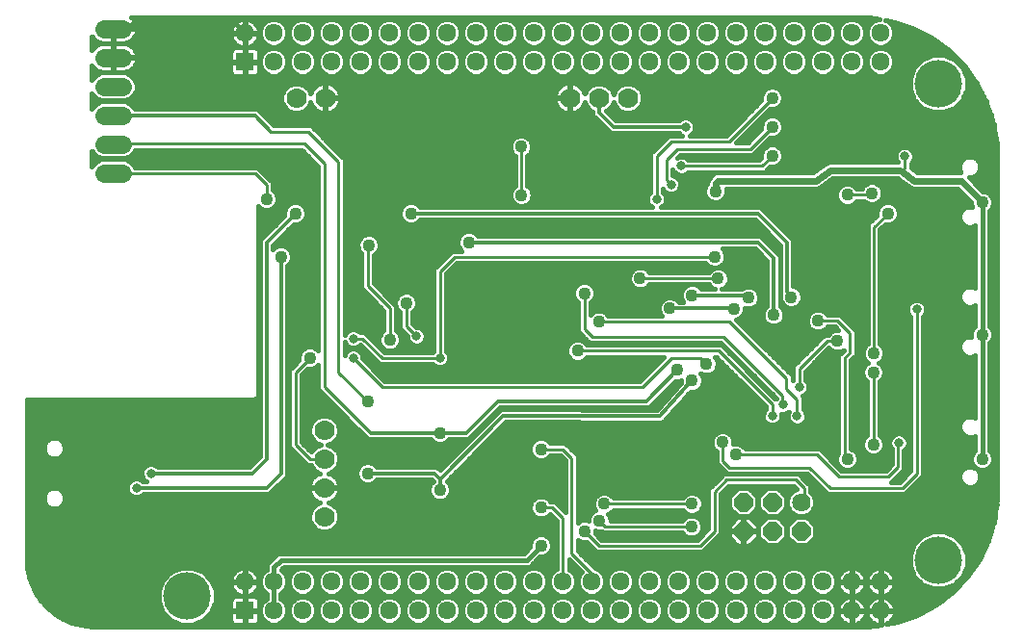
<source format=gbl>
G75*
G70*
%OFA0B0*%
%FSLAX24Y24*%
%IPPOS*%
%LPD*%
%AMOC8*
5,1,8,0,0,1.08239X$1,22.5*
%
%ADD10C,0.0640*%
%ADD11OC8,0.0640*%
%ADD12C,0.0640*%
%ADD13R,0.0634X0.0634*%
%ADD14C,0.0634*%
%ADD15C,0.1650*%
%ADD16C,0.0700*%
%ADD17C,0.0436*%
%ADD18C,0.0100*%
%ADD19C,0.0240*%
%ADD20C,0.0160*%
%ADD21C,0.0318*%
%ADD22C,0.0120*%
D10*
X029187Y006687D03*
D11*
X028187Y006687D03*
X027187Y006687D03*
X027187Y005687D03*
X028187Y005687D03*
X029187Y005687D03*
D12*
X005707Y018087D02*
X005067Y018087D01*
X005067Y019087D02*
X005707Y019087D01*
X005707Y020087D02*
X005067Y020087D01*
X005067Y021087D02*
X005707Y021087D01*
X005707Y022087D02*
X005067Y022087D01*
X005067Y023087D02*
X005707Y023087D01*
D13*
X009937Y021937D03*
X009937Y002937D03*
D14*
X010937Y002937D03*
X011937Y002937D03*
X012937Y002937D03*
X013937Y002937D03*
X014937Y002937D03*
X015937Y002937D03*
X016937Y002937D03*
X017937Y002937D03*
X018937Y002937D03*
X019937Y002937D03*
X020937Y002937D03*
X021937Y002937D03*
X022937Y002937D03*
X023937Y002937D03*
X024937Y002937D03*
X025937Y002937D03*
X026937Y002937D03*
X027937Y002937D03*
X028937Y002937D03*
X029937Y002937D03*
X030937Y002937D03*
X031937Y002937D03*
X031937Y003937D03*
X030937Y003937D03*
X029937Y003937D03*
X028937Y003937D03*
X027937Y003937D03*
X026937Y003937D03*
X025937Y003937D03*
X024937Y003937D03*
X023937Y003937D03*
X022937Y003937D03*
X021937Y003937D03*
X020937Y003937D03*
X019937Y003937D03*
X018937Y003937D03*
X017937Y003937D03*
X016937Y003937D03*
X015937Y003937D03*
X014937Y003937D03*
X013937Y003937D03*
X012937Y003937D03*
X011937Y003937D03*
X010937Y003937D03*
X009937Y003937D03*
X010937Y021937D03*
X011937Y021937D03*
X012937Y021937D03*
X013937Y021937D03*
X014937Y021937D03*
X015937Y021937D03*
X016937Y021937D03*
X017937Y021937D03*
X018937Y021937D03*
X019937Y021937D03*
X020937Y021937D03*
X021937Y021937D03*
X022937Y021937D03*
X023937Y021937D03*
X024937Y021937D03*
X025937Y021937D03*
X026937Y021937D03*
X027937Y021937D03*
X028937Y021937D03*
X029937Y021937D03*
X030937Y021937D03*
X031937Y021937D03*
X031937Y022937D03*
X030937Y022937D03*
X029937Y022937D03*
X028937Y022937D03*
X027937Y022937D03*
X026937Y022937D03*
X025937Y022937D03*
X024937Y022937D03*
X023937Y022937D03*
X022937Y022937D03*
X021937Y022937D03*
X020937Y022937D03*
X019937Y022937D03*
X018937Y022937D03*
X017937Y022937D03*
X016937Y022937D03*
X015937Y022937D03*
X014937Y022937D03*
X013937Y022937D03*
X012937Y022937D03*
X011937Y022937D03*
X010937Y022937D03*
X009937Y022937D03*
D15*
X033937Y021187D03*
X033937Y004687D03*
X007937Y003437D03*
D16*
X012687Y006187D03*
X012687Y007187D03*
X012687Y008187D03*
X012687Y009187D03*
X012723Y020687D03*
X011723Y020687D03*
X021187Y020687D03*
X022187Y020687D03*
X023187Y020687D03*
D17*
X019497Y019007D03*
X019507Y017327D03*
X017687Y015687D03*
X015687Y016687D03*
X014227Y015587D03*
X011687Y016687D03*
X010687Y017187D03*
X011187Y015187D03*
X014957Y012317D03*
X015527Y013587D03*
X012187Y011687D03*
X014187Y010187D03*
X016687Y009087D03*
X016687Y007117D03*
X014187Y007687D03*
X020187Y008527D03*
X022367Y006637D03*
X022207Y006057D03*
X021687Y005687D03*
X020187Y005187D03*
X020187Y006517D03*
X025407Y006637D03*
X025397Y005847D03*
X026937Y008337D03*
X026467Y008767D03*
X025417Y010907D03*
X024917Y011267D03*
X025907Y011477D03*
X028237Y013177D03*
X028847Y013797D03*
X029767Y012977D03*
X030447Y012277D03*
X031697Y011847D03*
X031687Y011187D03*
X031687Y008687D03*
X030787Y008187D03*
X035455Y008187D03*
X035455Y012497D03*
X032187Y016687D03*
X031637Y017387D03*
X030787Y017337D03*
X028187Y018687D03*
X028187Y019687D03*
X028187Y020687D03*
X026227Y017457D03*
X026197Y015187D03*
X026317Y014437D03*
X025417Y013857D03*
X024647Y013407D03*
X023617Y014447D03*
X021687Y013927D03*
X022187Y012947D03*
X021457Y011937D03*
X026857Y013397D03*
X027367Y013777D03*
X035455Y017077D03*
D18*
X032777Y018268D02*
X032663Y018154D01*
X032777Y018268D02*
X032777Y018667D01*
X031637Y017387D02*
X031587Y017337D01*
X030787Y017337D01*
X031697Y016227D02*
X032187Y016687D01*
X031697Y016227D02*
X031697Y011847D01*
X031687Y011187D02*
X031687Y008687D01*
X030787Y008187D02*
X030687Y008287D01*
X030687Y011687D01*
X030877Y011877D01*
X030877Y012547D01*
X030447Y012977D01*
X029767Y012977D01*
X030087Y012277D02*
X030447Y012277D01*
X030087Y012277D02*
X029127Y011317D01*
X029127Y010687D01*
X029047Y010257D02*
X028677Y010627D01*
X028677Y010977D01*
X026707Y012947D01*
X022187Y012947D01*
X021687Y012687D02*
X021687Y013927D01*
X021687Y012687D02*
X021957Y012417D01*
X026497Y012417D01*
X028547Y010367D01*
X028547Y010097D01*
X028567Y010077D01*
X028187Y010087D02*
X028187Y009687D01*
X028187Y010087D02*
X026337Y011937D01*
X021457Y011937D01*
X023687Y010687D02*
X014687Y010687D01*
X013687Y011687D01*
X013687Y012357D02*
X013997Y012357D01*
X014687Y011687D01*
X016687Y011687D01*
X016687Y014687D01*
X017187Y015187D01*
X026197Y015187D01*
X026307Y014447D02*
X026317Y014437D01*
X026307Y014447D02*
X023617Y014447D01*
X026857Y013397D02*
X026877Y013407D01*
X025687Y011687D02*
X024687Y011687D01*
X023687Y010687D01*
X025687Y011687D02*
X025897Y011477D01*
X025907Y011477D01*
X029047Y010257D02*
X029047Y009677D01*
X029747Y008337D02*
X026937Y008337D01*
X026697Y007897D02*
X029477Y007897D01*
X030187Y007187D01*
X032687Y007187D01*
X033187Y007687D01*
X033187Y013367D01*
X032567Y008747D02*
X032537Y008717D01*
X032537Y007917D01*
X032207Y007587D01*
X030497Y007587D01*
X029747Y008337D01*
X029009Y007467D02*
X029289Y007187D01*
X029289Y006789D01*
X029187Y006687D01*
X029009Y007467D02*
X026597Y007467D01*
X026187Y007057D01*
X026187Y005687D01*
X025687Y005187D01*
X022187Y005187D01*
X021687Y005687D01*
X022207Y006057D02*
X022417Y005847D01*
X025397Y005847D01*
X025407Y006637D02*
X022367Y006637D01*
X020947Y006137D02*
X020947Y003947D01*
X020937Y003937D01*
X021937Y003937D02*
X021937Y004227D01*
X021247Y004917D01*
X021247Y008227D01*
X020947Y008527D01*
X020187Y008527D01*
X020187Y006517D02*
X020567Y006517D01*
X020947Y006137D01*
X026467Y008127D02*
X026697Y007897D01*
X026467Y008127D02*
X026467Y008767D01*
X027187Y005687D02*
X027187Y005187D01*
X027687Y004687D01*
X030697Y004687D01*
X030937Y004447D01*
X030937Y003937D01*
X015877Y012437D02*
X015527Y012787D01*
X015527Y013587D01*
X014957Y013417D02*
X014187Y014187D01*
X014187Y015547D01*
X014227Y015587D01*
X014957Y013417D02*
X014957Y012317D01*
X013177Y011197D02*
X014187Y010187D01*
X013687Y009687D02*
X012687Y010687D01*
X012687Y018407D01*
X011987Y019107D01*
X005407Y019107D01*
X005387Y019087D01*
X005397Y019097D01*
X005387Y018087D02*
X010287Y018087D01*
X010687Y017687D01*
X010687Y017187D01*
X012137Y019527D02*
X013177Y018487D01*
X013177Y011197D01*
X012187Y011687D02*
X011687Y011187D01*
X011687Y008687D01*
X012187Y008187D01*
X012687Y008187D01*
X024187Y017187D02*
X024187Y018687D01*
X024687Y019187D01*
X026687Y019187D01*
X028187Y020687D01*
X028187Y019687D02*
X027427Y018927D01*
X024907Y018927D01*
X024527Y018547D01*
X024527Y017857D01*
X024687Y017697D01*
X024687Y017687D01*
X025037Y018337D02*
X027837Y018337D01*
X028187Y018687D01*
X019497Y019007D02*
X019497Y017337D01*
X019507Y017327D01*
X012137Y019527D02*
X010847Y019527D01*
D19*
X026227Y017737D02*
X026227Y017457D01*
X026227Y017737D02*
X026317Y017827D01*
X029687Y017827D01*
X030187Y018187D01*
X032617Y018187D01*
X032663Y018154D01*
X033117Y017827D01*
X034728Y017827D01*
X035455Y017077D01*
D20*
X003466Y002744D02*
X003064Y003064D01*
X002744Y003466D01*
X002521Y003929D01*
X002406Y004430D01*
X002392Y004687D01*
X002392Y010232D01*
X010272Y010232D01*
X010392Y010352D01*
X010392Y010522D01*
X010392Y016947D01*
X010473Y016867D01*
X010612Y016809D01*
X010762Y016809D01*
X010901Y016867D01*
X011008Y016973D01*
X011065Y017112D01*
X011065Y017262D01*
X011008Y017401D01*
X010901Y017508D01*
X010897Y017509D01*
X010897Y017774D01*
X010774Y017897D01*
X010374Y018297D01*
X010200Y018297D01*
X006140Y018297D01*
X006114Y018359D01*
X005979Y018494D01*
X005803Y018567D01*
X004972Y018567D01*
X004795Y018494D01*
X004660Y018359D01*
X004642Y018315D01*
X004642Y018859D01*
X004660Y018815D01*
X004795Y018680D01*
X004972Y018607D01*
X005803Y018607D01*
X005979Y018680D01*
X006114Y018815D01*
X006148Y018897D01*
X011900Y018897D01*
X012477Y018320D01*
X012477Y011932D01*
X012401Y012008D01*
X012262Y012065D01*
X012112Y012065D01*
X011973Y012008D01*
X011867Y011901D01*
X011809Y011762D01*
X011809Y011612D01*
X011811Y011608D01*
X011600Y011397D01*
X011477Y011274D01*
X011477Y008774D01*
X011477Y008600D01*
X011977Y008100D01*
X012100Y007977D01*
X012222Y007977D01*
X012255Y007898D01*
X012398Y007755D01*
X012539Y007696D01*
X012484Y007678D01*
X012409Y007640D01*
X012342Y007591D01*
X012283Y007532D01*
X012234Y007465D01*
X012196Y007391D01*
X012170Y007311D01*
X012157Y007229D01*
X012157Y007207D01*
X012667Y007207D01*
X012667Y007167D01*
X012157Y007167D01*
X012157Y007145D01*
X012170Y007063D01*
X012196Y006984D01*
X012234Y006909D01*
X012283Y006842D01*
X012342Y006783D01*
X012409Y006734D01*
X012484Y006696D01*
X012539Y006678D01*
X012398Y006619D01*
X012255Y006476D01*
X012177Y006289D01*
X012177Y006086D01*
X012255Y005898D01*
X012398Y005755D01*
X012586Y005677D01*
X012789Y005677D01*
X012976Y005755D01*
X013119Y005898D01*
X013197Y006086D01*
X013197Y006289D01*
X013119Y006476D01*
X012976Y006619D01*
X012835Y006678D01*
X012891Y006696D01*
X012965Y006734D01*
X013032Y006783D01*
X013091Y006842D01*
X013140Y006909D01*
X013178Y006984D01*
X013204Y007063D01*
X013217Y007145D01*
X013217Y007167D01*
X012707Y007167D01*
X012707Y007207D01*
X013217Y007207D01*
X013217Y007229D01*
X013204Y007311D01*
X013178Y007391D01*
X013140Y007465D01*
X013091Y007532D01*
X013032Y007591D01*
X012965Y007640D01*
X012891Y007678D01*
X012835Y007696D01*
X012976Y007755D01*
X013119Y007898D01*
X013197Y008086D01*
X013197Y008289D01*
X013119Y008476D01*
X012976Y008619D01*
X012813Y008687D01*
X012976Y008755D01*
X013119Y008898D01*
X013197Y009086D01*
X013197Y009289D01*
X013119Y009476D01*
X012976Y009619D01*
X012789Y009697D01*
X012586Y009697D01*
X012398Y009619D01*
X012255Y009476D01*
X012177Y009289D01*
X012177Y009086D01*
X012255Y008898D01*
X012398Y008755D01*
X012562Y008687D01*
X012398Y008619D01*
X012255Y008476D01*
X012237Y008434D01*
X011897Y008774D01*
X011897Y011100D01*
X012108Y011311D01*
X012112Y011309D01*
X012262Y011309D01*
X012401Y011367D01*
X012477Y011442D01*
X012477Y010600D01*
X012600Y010477D01*
X013467Y009610D01*
X013467Y009596D01*
X014196Y008867D01*
X014378Y008867D01*
X016372Y008867D01*
X016473Y008767D01*
X016612Y008709D01*
X016762Y008709D01*
X016901Y008767D01*
X017002Y008867D01*
X017496Y008867D01*
X017678Y008867D01*
X018778Y009967D01*
X023746Y009967D01*
X023928Y009967D01*
X024850Y010889D01*
X024992Y010889D01*
X025039Y010908D01*
X025039Y010832D01*
X025043Y010823D01*
X024200Y009897D01*
X018968Y009907D01*
X018872Y009907D01*
X018786Y009907D01*
X018727Y009848D01*
X018657Y009779D01*
X018657Y009778D01*
X016687Y007808D01*
X016588Y007907D01*
X016406Y007907D01*
X014502Y007907D01*
X014401Y008008D01*
X014262Y008065D01*
X014112Y008065D01*
X013973Y008008D01*
X013867Y007901D01*
X013809Y007762D01*
X013809Y007612D01*
X013867Y007473D01*
X013973Y007367D01*
X014112Y007309D01*
X014262Y007309D01*
X014401Y007367D01*
X014502Y007467D01*
X016406Y007467D01*
X016454Y007419D01*
X014454Y007419D01*
X013920Y007419D02*
X013164Y007419D01*
X013212Y007260D02*
X016337Y007260D01*
X016309Y007192D02*
X016309Y007042D01*
X016367Y006903D01*
X016473Y006797D01*
X016612Y006739D01*
X016762Y006739D01*
X016901Y006797D01*
X017008Y006903D01*
X017065Y007042D01*
X017065Y007192D01*
X017008Y007331D01*
X016920Y007419D01*
X021037Y007419D01*
X021037Y007578D02*
X017079Y007578D01*
X017237Y007736D02*
X021037Y007736D01*
X021037Y007895D02*
X017396Y007895D01*
X017554Y008053D02*
X021037Y008053D01*
X021037Y008140D02*
X020860Y008317D01*
X020509Y008317D01*
X020508Y008313D01*
X020401Y008207D01*
X020262Y008149D01*
X020112Y008149D01*
X019973Y008207D01*
X019867Y008313D01*
X019809Y008452D01*
X019809Y008602D01*
X019867Y008741D01*
X019973Y008848D01*
X020112Y008905D01*
X020262Y008905D01*
X020401Y008848D01*
X020508Y008741D01*
X020509Y008737D01*
X021034Y008737D01*
X021157Y008614D01*
X021457Y008314D01*
X021457Y008140D01*
X021457Y005992D01*
X021457Y005992D01*
X021473Y006008D01*
X021612Y006065D01*
X021762Y006065D01*
X021829Y006038D01*
X021829Y006132D01*
X021887Y006271D01*
X021993Y006378D01*
X022063Y006407D01*
X022047Y006423D01*
X021989Y006562D01*
X021989Y006712D01*
X022047Y006851D01*
X022153Y006958D01*
X022292Y007015D01*
X022442Y007015D01*
X022581Y006958D01*
X022688Y006851D01*
X022689Y006847D01*
X025085Y006847D01*
X025087Y006851D01*
X025193Y006958D01*
X025332Y007015D01*
X025482Y007015D01*
X025621Y006958D01*
X025728Y006851D01*
X025785Y006712D01*
X025785Y006562D01*
X025728Y006423D01*
X025621Y006317D01*
X025482Y006259D01*
X025332Y006259D01*
X025193Y006317D01*
X025087Y006423D01*
X025085Y006427D01*
X022689Y006427D01*
X022688Y006423D01*
X022581Y006317D01*
X022511Y006288D01*
X022528Y006271D01*
X022585Y006132D01*
X022585Y006057D01*
X025075Y006057D01*
X025077Y006061D01*
X025183Y006168D01*
X025322Y006225D01*
X025472Y006225D01*
X025611Y006168D01*
X025718Y006061D01*
X025775Y005922D01*
X025775Y005772D01*
X025718Y005633D01*
X025611Y005527D01*
X025472Y005469D01*
X025322Y005469D01*
X025183Y005527D01*
X025077Y005633D01*
X025075Y005637D01*
X022504Y005637D01*
X022330Y005637D01*
X022286Y005681D01*
X022282Y005679D01*
X022132Y005679D01*
X022065Y005707D01*
X022065Y005612D01*
X022063Y005608D01*
X022274Y005397D01*
X025600Y005397D01*
X025977Y005774D01*
X025977Y006970D01*
X025977Y007144D01*
X026387Y007554D01*
X026510Y007677D01*
X028922Y007677D01*
X029096Y007677D01*
X029376Y007397D01*
X029499Y007274D01*
X029499Y007054D01*
X029594Y006959D01*
X029667Y006783D01*
X029667Y006592D01*
X029594Y006415D01*
X029459Y006280D01*
X029283Y006207D01*
X029092Y006207D01*
X028915Y006280D01*
X028780Y006415D01*
X028707Y006592D01*
X028707Y006783D01*
X028780Y006959D01*
X028915Y007094D01*
X029036Y007144D01*
X028922Y007257D01*
X026684Y007257D01*
X026397Y006970D01*
X026397Y005600D01*
X026274Y005477D01*
X025774Y004977D01*
X025600Y004977D01*
X022100Y004977D01*
X021977Y005100D01*
X021766Y005311D01*
X021762Y005309D01*
X021612Y005309D01*
X021473Y005367D01*
X021457Y005382D01*
X021457Y005004D01*
X022058Y004403D01*
X022207Y004341D01*
X022341Y004207D01*
X022414Y004032D01*
X022414Y003842D01*
X022341Y003667D01*
X022207Y003533D01*
X022032Y003460D01*
X021842Y003460D01*
X021667Y003533D01*
X021533Y003667D01*
X021460Y003842D01*
X021460Y004032D01*
X021533Y004207D01*
X021596Y004271D01*
X021160Y004707D01*
X021157Y004710D01*
X021157Y004362D01*
X021207Y004341D01*
X021341Y004207D01*
X021414Y004032D01*
X021414Y003842D01*
X021341Y003667D01*
X021207Y003533D01*
X021032Y003460D01*
X020842Y003460D01*
X020667Y003533D01*
X020533Y003667D01*
X020460Y003842D01*
X020460Y004032D01*
X020533Y004207D01*
X020667Y004341D01*
X020737Y004370D01*
X020737Y006050D01*
X020496Y006291D01*
X020401Y006197D01*
X020262Y006139D01*
X020112Y006139D01*
X019973Y006197D01*
X019867Y006303D01*
X019809Y006442D01*
X019809Y006592D01*
X019867Y006731D01*
X019973Y006838D01*
X020112Y006895D01*
X020262Y006895D01*
X020401Y006838D01*
X020508Y006731D01*
X020509Y006727D01*
X020654Y006727D01*
X021034Y006347D01*
X021037Y006344D01*
X021037Y008140D01*
X020965Y008212D02*
X020406Y008212D01*
X019968Y008212D02*
X017713Y008212D01*
X017871Y008370D02*
X019843Y008370D01*
X019809Y008529D02*
X018030Y008529D01*
X018188Y008687D02*
X019844Y008687D01*
X019971Y008846D02*
X018347Y008846D01*
X018506Y009004D02*
X026170Y009004D01*
X026147Y008981D02*
X026253Y009088D01*
X026392Y009145D01*
X026542Y009145D01*
X026681Y009088D01*
X026788Y008981D01*
X026845Y008842D01*
X026845Y008708D01*
X026862Y008715D01*
X027012Y008715D01*
X027151Y008658D01*
X027258Y008551D01*
X027259Y008547D01*
X029660Y008547D01*
X029834Y008547D01*
X030584Y007797D01*
X032120Y007797D01*
X032327Y008004D01*
X032327Y008536D01*
X032297Y008566D01*
X032248Y008684D01*
X032248Y008811D01*
X032297Y008928D01*
X032386Y009018D01*
X032504Y009066D01*
X032631Y009066D01*
X032748Y009018D01*
X032838Y008928D01*
X032886Y008811D01*
X032886Y008684D01*
X032838Y008566D01*
X032748Y008477D01*
X032747Y008476D01*
X032747Y007830D01*
X032624Y007707D01*
X032314Y007397D01*
X032600Y007397D01*
X032977Y007774D01*
X032977Y013126D01*
X032917Y013186D01*
X032868Y013304D01*
X032868Y013431D01*
X032917Y013548D01*
X033006Y013638D01*
X033124Y013686D01*
X033251Y013686D01*
X033368Y013638D01*
X033458Y013548D01*
X033506Y013431D01*
X033506Y013304D01*
X033458Y013186D01*
X033397Y013126D01*
X033397Y007600D01*
X033274Y007477D01*
X033274Y007477D01*
X032897Y007100D01*
X032897Y007100D01*
X032774Y006977D01*
X030100Y006977D01*
X029977Y007100D01*
X029390Y007687D01*
X026610Y007687D01*
X026487Y007810D01*
X026257Y008040D01*
X026257Y008214D01*
X026257Y008445D01*
X026253Y008447D01*
X026147Y008553D01*
X026089Y008692D01*
X026089Y008842D01*
X026147Y008981D01*
X026091Y008846D02*
X020403Y008846D01*
X021084Y008687D02*
X026091Y008687D01*
X026171Y008529D02*
X021242Y008529D01*
X021401Y008370D02*
X026257Y008370D01*
X026257Y008212D02*
X021457Y008212D01*
X021457Y008053D02*
X026257Y008053D01*
X026403Y007895D02*
X021457Y007895D01*
X021457Y007736D02*
X026561Y007736D01*
X026411Y007578D02*
X021457Y007578D01*
X021457Y007419D02*
X026252Y007419D01*
X026094Y007260D02*
X021457Y007260D01*
X021457Y007102D02*
X025977Y007102D01*
X025977Y006943D02*
X025635Y006943D01*
X025755Y006785D02*
X025977Y006785D01*
X025977Y006626D02*
X025785Y006626D01*
X025746Y006468D02*
X025977Y006468D01*
X025977Y006309D02*
X025604Y006309D01*
X025628Y006151D02*
X025977Y006151D01*
X025977Y005992D02*
X025746Y005992D01*
X025775Y005834D02*
X025977Y005834D01*
X025878Y005675D02*
X025735Y005675D01*
X025720Y005516D02*
X025587Y005516D01*
X025207Y005516D02*
X022155Y005516D01*
X022065Y005675D02*
X022292Y005675D01*
X022578Y006151D02*
X025166Y006151D01*
X025211Y006309D02*
X022564Y006309D01*
X022028Y006468D02*
X021457Y006468D01*
X021457Y006626D02*
X021989Y006626D01*
X022019Y006785D02*
X021457Y006785D01*
X021457Y006943D02*
X022139Y006943D01*
X022595Y006943D02*
X025179Y006943D01*
X026397Y006943D02*
X026765Y006943D01*
X026707Y006886D02*
X026707Y006488D01*
X026988Y006207D01*
X027386Y006207D01*
X027667Y006488D01*
X027667Y006886D01*
X027386Y007167D01*
X026988Y007167D01*
X026707Y006886D01*
X026707Y006785D02*
X026397Y006785D01*
X026397Y006626D02*
X026707Y006626D01*
X026728Y006468D02*
X026397Y006468D01*
X026397Y006309D02*
X026886Y006309D01*
X026980Y006187D02*
X026687Y005894D01*
X026687Y005707D01*
X027167Y005707D01*
X027167Y005667D01*
X027207Y005667D01*
X027207Y005187D01*
X027394Y005187D01*
X027687Y005480D01*
X027687Y005667D01*
X027207Y005667D01*
X027207Y005707D01*
X027687Y005707D01*
X027687Y005894D01*
X027394Y006187D01*
X027207Y006187D01*
X027207Y005707D01*
X027167Y005707D01*
X027167Y006187D01*
X026980Y006187D01*
X026944Y006151D02*
X026397Y006151D01*
X026397Y005992D02*
X026785Y005992D01*
X026687Y005834D02*
X026397Y005834D01*
X026397Y005675D02*
X027167Y005675D01*
X027167Y005667D02*
X026687Y005667D01*
X026687Y005480D01*
X026980Y005187D01*
X027167Y005187D01*
X027167Y005667D01*
X027207Y005675D02*
X027707Y005675D01*
X027707Y005516D02*
X027687Y005516D01*
X027707Y005488D02*
X027988Y005207D01*
X028386Y005207D01*
X028667Y005488D01*
X028667Y005886D01*
X028386Y006167D01*
X027988Y006167D01*
X027707Y005886D01*
X027707Y005488D01*
X027837Y005358D02*
X027565Y005358D01*
X027406Y005199D02*
X033083Y005199D01*
X033102Y005245D02*
X032952Y004883D01*
X032952Y004491D01*
X033102Y004129D01*
X033379Y003852D01*
X033741Y003702D01*
X034133Y003702D01*
X034495Y003852D01*
X034772Y004129D01*
X034922Y004491D01*
X034922Y004883D01*
X034772Y005245D01*
X034495Y005522D01*
X034133Y005672D01*
X033741Y005672D01*
X033379Y005522D01*
X033102Y005245D01*
X033215Y005358D02*
X029537Y005358D01*
X029667Y005488D02*
X029386Y005207D01*
X028988Y005207D01*
X028707Y005488D01*
X028707Y005886D01*
X028988Y006167D01*
X029386Y006167D01*
X029667Y005886D01*
X029667Y005488D01*
X029667Y005516D02*
X033374Y005516D01*
X033017Y005041D02*
X025838Y005041D01*
X025996Y005199D02*
X026968Y005199D01*
X027167Y005199D02*
X027207Y005199D01*
X027207Y005358D02*
X027167Y005358D01*
X027167Y005516D02*
X027207Y005516D01*
X027207Y005834D02*
X027167Y005834D01*
X027167Y005992D02*
X027207Y005992D01*
X027207Y006151D02*
X027167Y006151D01*
X027431Y006151D02*
X027972Y006151D01*
X027988Y006207D02*
X028386Y006207D01*
X028667Y006488D01*
X028667Y006886D01*
X028386Y007167D01*
X027988Y007167D01*
X027707Y006886D01*
X027707Y006488D01*
X027988Y006207D01*
X027886Y006309D02*
X027488Y006309D01*
X027647Y006468D02*
X027728Y006468D01*
X027707Y006626D02*
X027667Y006626D01*
X027667Y006785D02*
X027707Y006785D01*
X027765Y006943D02*
X027610Y006943D01*
X027451Y007102D02*
X027923Y007102D01*
X028451Y007102D02*
X028934Y007102D01*
X028774Y006943D02*
X028610Y006943D01*
X028667Y006785D02*
X028708Y006785D01*
X028707Y006626D02*
X028667Y006626D01*
X028647Y006468D02*
X028758Y006468D01*
X028886Y006309D02*
X028488Y006309D01*
X028402Y006151D02*
X028972Y006151D01*
X028813Y005992D02*
X028561Y005992D01*
X028667Y005834D02*
X028707Y005834D01*
X028707Y005675D02*
X028667Y005675D01*
X028667Y005516D02*
X028707Y005516D01*
X028837Y005358D02*
X028537Y005358D01*
X027707Y005834D02*
X027687Y005834D01*
X027589Y005992D02*
X027813Y005992D01*
X026809Y005358D02*
X026155Y005358D01*
X026313Y005516D02*
X026687Y005516D01*
X026842Y004414D02*
X026667Y004341D01*
X026533Y004207D01*
X026460Y004032D01*
X026460Y003842D01*
X026533Y003667D01*
X026667Y003533D01*
X026842Y003460D01*
X027032Y003460D01*
X027207Y003533D01*
X027341Y003667D01*
X027414Y003842D01*
X027414Y004032D01*
X027341Y004207D01*
X027207Y004341D01*
X027032Y004414D01*
X026842Y004414D01*
X026825Y004407D02*
X026049Y004407D01*
X026032Y004414D02*
X025842Y004414D01*
X025667Y004341D01*
X025533Y004207D01*
X025460Y004032D01*
X025460Y003842D01*
X025533Y003667D01*
X025667Y003533D01*
X025842Y003460D01*
X026032Y003460D01*
X026207Y003533D01*
X026341Y003667D01*
X026414Y003842D01*
X026414Y004032D01*
X026341Y004207D01*
X026207Y004341D01*
X026032Y004414D01*
X025825Y004407D02*
X025049Y004407D01*
X025032Y004414D02*
X025207Y004341D01*
X025341Y004207D01*
X025414Y004032D01*
X025414Y003842D01*
X025341Y003667D01*
X025207Y003533D01*
X025032Y003460D01*
X024842Y003460D01*
X024667Y003533D01*
X024533Y003667D01*
X024460Y003842D01*
X024460Y004032D01*
X024533Y004207D01*
X024667Y004341D01*
X024842Y004414D01*
X025032Y004414D01*
X024825Y004407D02*
X024049Y004407D01*
X024032Y004414D02*
X023842Y004414D01*
X023667Y004341D01*
X023533Y004207D01*
X023460Y004032D01*
X023460Y003842D01*
X023533Y003667D01*
X023667Y003533D01*
X023842Y003460D01*
X024032Y003460D01*
X024207Y003533D01*
X024341Y003667D01*
X024414Y003842D01*
X024414Y004032D01*
X024341Y004207D01*
X024207Y004341D01*
X024032Y004414D01*
X023825Y004407D02*
X023049Y004407D01*
X023032Y004414D02*
X022842Y004414D01*
X022667Y004341D01*
X022533Y004207D01*
X022460Y004032D01*
X022460Y003842D01*
X022533Y003667D01*
X022667Y003533D01*
X022842Y003460D01*
X023032Y003460D01*
X023207Y003533D01*
X023341Y003667D01*
X023414Y003842D01*
X023414Y004032D01*
X023341Y004207D01*
X023207Y004341D01*
X023032Y004414D01*
X022825Y004407D02*
X022054Y004407D01*
X021896Y004565D02*
X032952Y004565D01*
X032952Y004724D02*
X021737Y004724D01*
X021579Y004882D02*
X032952Y004882D01*
X032987Y004407D02*
X032099Y004407D01*
X032128Y004397D02*
X032053Y004422D01*
X031976Y004434D01*
X031956Y004434D01*
X031956Y003956D01*
X032434Y003956D01*
X032434Y003976D01*
X032422Y004053D01*
X032397Y004128D01*
X032362Y004197D01*
X032316Y004261D01*
X032261Y004316D01*
X032197Y004362D01*
X032128Y004397D01*
X031956Y004407D02*
X031919Y004407D01*
X031919Y004434D02*
X031898Y004434D01*
X031821Y004422D01*
X031746Y004397D01*
X031677Y004362D01*
X031613Y004316D01*
X031558Y004261D01*
X031512Y004197D01*
X031477Y004128D01*
X031452Y004053D01*
X031440Y003976D01*
X031440Y003956D01*
X031918Y003956D01*
X031918Y003919D01*
X031440Y003919D01*
X031440Y003898D01*
X031452Y003821D01*
X031477Y003746D01*
X031512Y003677D01*
X031558Y003613D01*
X031613Y003558D01*
X031677Y003512D01*
X031746Y003477D01*
X031821Y003452D01*
X031898Y003440D01*
X031919Y003440D01*
X031919Y003918D01*
X031956Y003918D01*
X031956Y003440D01*
X031976Y003440D01*
X032053Y003452D01*
X032128Y003477D01*
X032197Y003512D01*
X032261Y003558D01*
X032316Y003613D01*
X032362Y003677D01*
X032397Y003746D01*
X032422Y003821D01*
X032434Y003898D01*
X032434Y003919D01*
X031956Y003919D01*
X031956Y003956D01*
X031919Y003956D01*
X031919Y004434D01*
X031775Y004407D02*
X031099Y004407D01*
X031128Y004397D02*
X031053Y004422D01*
X030976Y004434D01*
X030956Y004434D01*
X030956Y003956D01*
X031434Y003956D01*
X031434Y003976D01*
X031422Y004053D01*
X031397Y004128D01*
X031362Y004197D01*
X031316Y004261D01*
X031261Y004316D01*
X031197Y004362D01*
X031128Y004397D01*
X030956Y004407D02*
X030919Y004407D01*
X030919Y004434D02*
X030898Y004434D01*
X030821Y004422D01*
X030746Y004397D01*
X030677Y004362D01*
X030613Y004316D01*
X030558Y004261D01*
X030512Y004197D01*
X030477Y004128D01*
X030452Y004053D01*
X030440Y003976D01*
X030440Y003956D01*
X030918Y003956D01*
X030918Y003919D01*
X030440Y003919D01*
X030440Y003898D01*
X030452Y003821D01*
X030477Y003746D01*
X030512Y003677D01*
X030558Y003613D01*
X030613Y003558D01*
X030677Y003512D01*
X030746Y003477D01*
X030821Y003452D01*
X030898Y003440D01*
X030919Y003440D01*
X030919Y003918D01*
X030956Y003918D01*
X030956Y003440D01*
X030976Y003440D01*
X031053Y003452D01*
X031128Y003477D01*
X031197Y003512D01*
X031261Y003558D01*
X031316Y003613D01*
X031362Y003677D01*
X031397Y003746D01*
X031422Y003821D01*
X031434Y003898D01*
X031434Y003919D01*
X030956Y003919D01*
X030956Y003956D01*
X030919Y003956D01*
X030919Y004434D01*
X030775Y004407D02*
X030049Y004407D01*
X030032Y004414D02*
X029842Y004414D01*
X029667Y004341D01*
X029533Y004207D01*
X029460Y004032D01*
X029460Y003842D01*
X029533Y003667D01*
X029667Y003533D01*
X029842Y003460D01*
X030032Y003460D01*
X030207Y003533D01*
X030341Y003667D01*
X030414Y003842D01*
X030414Y004032D01*
X030341Y004207D01*
X030207Y004341D01*
X030032Y004414D01*
X029825Y004407D02*
X029049Y004407D01*
X029032Y004414D02*
X028842Y004414D01*
X028667Y004341D01*
X028533Y004207D01*
X028460Y004032D01*
X028460Y003842D01*
X028533Y003667D01*
X028667Y003533D01*
X028842Y003460D01*
X029032Y003460D01*
X029207Y003533D01*
X029341Y003667D01*
X029414Y003842D01*
X029414Y004032D01*
X029341Y004207D01*
X029207Y004341D01*
X029032Y004414D01*
X028825Y004407D02*
X028049Y004407D01*
X028032Y004414D02*
X027842Y004414D01*
X027667Y004341D01*
X027533Y004207D01*
X027460Y004032D01*
X027460Y003842D01*
X027533Y003667D01*
X027667Y003533D01*
X027842Y003460D01*
X028032Y003460D01*
X028207Y003533D01*
X028341Y003667D01*
X028414Y003842D01*
X028414Y004032D01*
X028341Y004207D01*
X028207Y004341D01*
X028032Y004414D01*
X027825Y004407D02*
X027049Y004407D01*
X027300Y004248D02*
X027574Y004248D01*
X027484Y004090D02*
X027390Y004090D01*
X027414Y003931D02*
X027460Y003931D01*
X027489Y003773D02*
X027385Y003773D01*
X027288Y003614D02*
X027586Y003614D01*
X027667Y003341D02*
X027533Y003207D01*
X027460Y003032D01*
X027460Y002842D01*
X027533Y002667D01*
X027667Y002533D01*
X027842Y002460D01*
X028032Y002460D01*
X028207Y002533D01*
X028341Y002667D01*
X028414Y002842D01*
X028414Y003032D01*
X028341Y003207D01*
X028207Y003341D01*
X028032Y003414D01*
X027842Y003414D01*
X027667Y003341D01*
X027623Y003297D02*
X027252Y003297D01*
X027207Y003341D02*
X027032Y003414D01*
X026842Y003414D01*
X026667Y003341D01*
X026533Y003207D01*
X026460Y003032D01*
X026460Y002842D01*
X026533Y002667D01*
X026667Y002533D01*
X026842Y002460D01*
X027032Y002460D01*
X027207Y002533D01*
X027341Y002667D01*
X027414Y002842D01*
X027414Y003032D01*
X027341Y003207D01*
X027207Y003341D01*
X027370Y003138D02*
X027504Y003138D01*
X027460Y002980D02*
X027414Y002980D01*
X027405Y002821D02*
X027469Y002821D01*
X027537Y002663D02*
X027337Y002663D01*
X027138Y002504D02*
X027736Y002504D01*
X028138Y002504D02*
X028736Y002504D01*
X028667Y002533D02*
X028842Y002460D01*
X029032Y002460D01*
X029207Y002533D01*
X029341Y002667D01*
X029414Y002842D01*
X029414Y003032D01*
X029341Y003207D01*
X029207Y003341D01*
X029032Y003414D01*
X028842Y003414D01*
X028667Y003341D01*
X028533Y003207D01*
X028460Y003032D01*
X028460Y002842D01*
X028533Y002667D01*
X028667Y002533D01*
X028537Y002663D02*
X028337Y002663D01*
X028405Y002821D02*
X028469Y002821D01*
X028460Y002980D02*
X028414Y002980D01*
X028370Y003138D02*
X028504Y003138D01*
X028623Y003297D02*
X028252Y003297D01*
X028288Y003614D02*
X028586Y003614D01*
X028489Y003773D02*
X028385Y003773D01*
X028414Y003931D02*
X028460Y003931D01*
X028484Y004090D02*
X028390Y004090D01*
X028300Y004248D02*
X028574Y004248D01*
X029300Y004248D02*
X029574Y004248D01*
X029484Y004090D02*
X029390Y004090D01*
X029414Y003931D02*
X029460Y003931D01*
X029489Y003773D02*
X029385Y003773D01*
X029288Y003614D02*
X029586Y003614D01*
X029667Y003341D02*
X029533Y003207D01*
X029460Y003032D01*
X029460Y002842D01*
X029533Y002667D01*
X029667Y002533D01*
X029842Y002460D01*
X030032Y002460D01*
X030207Y002533D01*
X030341Y002667D01*
X030414Y002842D01*
X030414Y003032D01*
X030341Y003207D01*
X030207Y003341D01*
X030032Y003414D01*
X029842Y003414D01*
X029667Y003341D01*
X029623Y003297D02*
X029252Y003297D01*
X029370Y003138D02*
X029504Y003138D01*
X029460Y002980D02*
X029414Y002980D01*
X029405Y002821D02*
X029469Y002821D01*
X029537Y002663D02*
X029337Y002663D01*
X029138Y002504D02*
X029736Y002504D01*
X030138Y002504D02*
X030692Y002504D01*
X030677Y002512D02*
X030746Y002477D01*
X030821Y002452D01*
X030898Y002440D01*
X030919Y002440D01*
X030919Y002918D01*
X030956Y002918D01*
X030956Y002440D01*
X030976Y002440D01*
X031053Y002452D01*
X031128Y002477D01*
X031197Y002512D01*
X031261Y002558D01*
X031316Y002613D01*
X031362Y002677D01*
X031397Y002746D01*
X031422Y002821D01*
X031452Y002821D01*
X031477Y002746D01*
X031512Y002677D01*
X031558Y002613D01*
X031613Y002558D01*
X031677Y002512D01*
X031746Y002477D01*
X031821Y002452D01*
X031898Y002440D01*
X031919Y002440D01*
X031919Y002918D01*
X031956Y002918D01*
X031956Y002445D01*
X031798Y002416D01*
X031433Y002392D01*
X004772Y002392D01*
X004687Y002392D01*
X004430Y002406D01*
X003929Y002521D01*
X003466Y002744D01*
X003369Y002821D02*
X007160Y002821D01*
X007102Y002879D02*
X007379Y002602D01*
X007741Y002452D01*
X008133Y002452D01*
X008495Y002602D01*
X008772Y002879D01*
X008922Y003241D01*
X008922Y003633D01*
X008772Y003995D01*
X008495Y004272D01*
X008133Y004422D01*
X007741Y004422D01*
X007379Y004272D01*
X007102Y003995D01*
X006952Y003633D01*
X006952Y003241D01*
X007102Y002879D01*
X007060Y002980D02*
X003170Y002980D01*
X003005Y003138D02*
X006995Y003138D01*
X006952Y003297D02*
X002879Y003297D01*
X002752Y003455D02*
X006952Y003455D01*
X006952Y003614D02*
X002673Y003614D01*
X002596Y003773D02*
X007010Y003773D01*
X007076Y003931D02*
X002520Y003931D01*
X002484Y004090D02*
X007197Y004090D01*
X007355Y004248D02*
X002448Y004248D01*
X002412Y004407D02*
X007704Y004407D01*
X008170Y004407D02*
X009775Y004407D01*
X009746Y004397D02*
X009677Y004362D01*
X009613Y004316D01*
X009558Y004261D01*
X009512Y004197D01*
X009477Y004128D01*
X009452Y004053D01*
X009440Y003976D01*
X009440Y003956D01*
X009918Y003956D01*
X009918Y003919D01*
X009440Y003919D01*
X009440Y003898D01*
X009452Y003821D01*
X009477Y003746D01*
X009512Y003677D01*
X009558Y003613D01*
X009613Y003558D01*
X009677Y003512D01*
X009746Y003477D01*
X009821Y003452D01*
X009898Y003440D01*
X009919Y003440D01*
X009919Y003918D01*
X009956Y003918D01*
X009956Y003440D01*
X009976Y003440D01*
X010053Y003452D01*
X010128Y003477D01*
X010197Y003512D01*
X010261Y003558D01*
X010316Y003613D01*
X010362Y003677D01*
X010397Y003746D01*
X010422Y003821D01*
X010434Y003898D01*
X010434Y003919D01*
X009956Y003919D01*
X009956Y003956D01*
X010434Y003956D01*
X010434Y003976D01*
X010422Y004053D01*
X010397Y004128D01*
X010362Y004197D01*
X010316Y004261D01*
X010261Y004316D01*
X010197Y004362D01*
X010128Y004397D01*
X010053Y004422D01*
X009976Y004434D01*
X009956Y004434D01*
X009956Y003956D01*
X009919Y003956D01*
X009919Y004434D01*
X009898Y004434D01*
X009821Y004422D01*
X009746Y004397D01*
X009919Y004407D02*
X009956Y004407D01*
X010099Y004407D02*
X010697Y004407D01*
X010697Y004389D02*
X010697Y004354D01*
X010667Y004341D01*
X010533Y004207D01*
X010460Y004032D01*
X010460Y003842D01*
X010533Y003667D01*
X010667Y003533D01*
X010697Y003520D01*
X010697Y003354D01*
X010667Y003341D01*
X010533Y003207D01*
X010460Y003032D01*
X010460Y002842D01*
X010533Y002667D01*
X010667Y002533D01*
X010842Y002460D01*
X011032Y002460D01*
X011207Y002533D01*
X011341Y002667D01*
X011414Y002842D01*
X011414Y003032D01*
X011341Y003207D01*
X011207Y003341D01*
X011177Y003354D01*
X011177Y003520D01*
X011207Y003533D01*
X011341Y003667D01*
X011414Y003842D01*
X011414Y004032D01*
X011341Y004207D01*
X011207Y004341D01*
X011188Y004349D01*
X011286Y004447D01*
X019639Y004447D01*
X019735Y004447D01*
X019823Y004484D01*
X020148Y004809D01*
X020262Y004809D01*
X020401Y004867D01*
X020508Y004973D01*
X020565Y005112D01*
X020565Y005262D01*
X020508Y005401D01*
X020401Y005508D01*
X020262Y005565D01*
X020112Y005565D01*
X019973Y005508D01*
X019867Y005401D01*
X019809Y005262D01*
X019809Y005148D01*
X019588Y004927D01*
X011139Y004927D01*
X011051Y004891D01*
X010984Y004823D01*
X010734Y004573D01*
X010697Y004485D01*
X010697Y004389D01*
X010730Y004565D02*
X002399Y004565D01*
X002392Y004724D02*
X010884Y004724D01*
X011043Y004882D02*
X002392Y004882D01*
X002392Y005041D02*
X019701Y005041D01*
X019809Y005199D02*
X002392Y005199D01*
X002392Y005358D02*
X019849Y005358D01*
X019994Y005516D02*
X002392Y005516D01*
X002392Y005675D02*
X020737Y005675D01*
X020737Y005516D02*
X020380Y005516D01*
X020526Y005358D02*
X020737Y005358D01*
X020737Y005199D02*
X020565Y005199D01*
X020536Y005041D02*
X020737Y005041D01*
X020737Y004882D02*
X020417Y004882D01*
X020737Y004724D02*
X020063Y004724D01*
X019905Y004565D02*
X020737Y004565D01*
X020737Y004407D02*
X020049Y004407D01*
X020032Y004414D02*
X019842Y004414D01*
X019667Y004341D01*
X019533Y004207D01*
X019460Y004032D01*
X019460Y003842D01*
X019533Y003667D01*
X019667Y003533D01*
X019842Y003460D01*
X020032Y003460D01*
X020207Y003533D01*
X020341Y003667D01*
X020414Y003842D01*
X020414Y004032D01*
X020341Y004207D01*
X020207Y004341D01*
X020032Y004414D01*
X019825Y004407D02*
X019049Y004407D01*
X019032Y004414D02*
X018842Y004414D01*
X018667Y004341D01*
X018533Y004207D01*
X018460Y004032D01*
X018460Y003842D01*
X018533Y003667D01*
X018667Y003533D01*
X018842Y003460D01*
X019032Y003460D01*
X019207Y003533D01*
X019341Y003667D01*
X019414Y003842D01*
X019414Y004032D01*
X019341Y004207D01*
X019207Y004341D01*
X019032Y004414D01*
X018825Y004407D02*
X018049Y004407D01*
X018032Y004414D02*
X017842Y004414D01*
X017667Y004341D01*
X017533Y004207D01*
X017460Y004032D01*
X017460Y003842D01*
X017533Y003667D01*
X017667Y003533D01*
X017842Y003460D01*
X018032Y003460D01*
X018207Y003533D01*
X018341Y003667D01*
X018414Y003842D01*
X018414Y004032D01*
X018341Y004207D01*
X018207Y004341D01*
X018032Y004414D01*
X017825Y004407D02*
X017049Y004407D01*
X017032Y004414D02*
X016842Y004414D01*
X016667Y004341D01*
X016533Y004207D01*
X016460Y004032D01*
X016460Y003842D01*
X016533Y003667D01*
X016667Y003533D01*
X016842Y003460D01*
X017032Y003460D01*
X017207Y003533D01*
X017341Y003667D01*
X017414Y003842D01*
X017414Y004032D01*
X017341Y004207D01*
X017207Y004341D01*
X017032Y004414D01*
X016825Y004407D02*
X016049Y004407D01*
X016032Y004414D02*
X015842Y004414D01*
X015667Y004341D01*
X015533Y004207D01*
X015460Y004032D01*
X015460Y003842D01*
X015533Y003667D01*
X015667Y003533D01*
X015842Y003460D01*
X016032Y003460D01*
X016207Y003533D01*
X016341Y003667D01*
X016414Y003842D01*
X016414Y004032D01*
X016341Y004207D01*
X016207Y004341D01*
X016032Y004414D01*
X015825Y004407D02*
X015049Y004407D01*
X015032Y004414D02*
X014842Y004414D01*
X014667Y004341D01*
X014533Y004207D01*
X014460Y004032D01*
X014460Y003842D01*
X014533Y003667D01*
X014667Y003533D01*
X014842Y003460D01*
X015032Y003460D01*
X015207Y003533D01*
X015341Y003667D01*
X015414Y003842D01*
X015414Y004032D01*
X015341Y004207D01*
X015207Y004341D01*
X015032Y004414D01*
X014825Y004407D02*
X014049Y004407D01*
X014032Y004414D02*
X013842Y004414D01*
X013667Y004341D01*
X013533Y004207D01*
X013460Y004032D01*
X013460Y003842D01*
X013533Y003667D01*
X013667Y003533D01*
X013842Y003460D01*
X014032Y003460D01*
X014207Y003533D01*
X014341Y003667D01*
X014414Y003842D01*
X014414Y004032D01*
X014341Y004207D01*
X014207Y004341D01*
X014032Y004414D01*
X013825Y004407D02*
X013049Y004407D01*
X013032Y004414D02*
X012842Y004414D01*
X012667Y004341D01*
X012533Y004207D01*
X012460Y004032D01*
X012460Y003842D01*
X012533Y003667D01*
X012667Y003533D01*
X012842Y003460D01*
X013032Y003460D01*
X013207Y003533D01*
X013341Y003667D01*
X013414Y003842D01*
X013414Y004032D01*
X013341Y004207D01*
X013207Y004341D01*
X013032Y004414D01*
X012825Y004407D02*
X012049Y004407D01*
X012032Y004414D02*
X011842Y004414D01*
X011667Y004341D01*
X011533Y004207D01*
X011460Y004032D01*
X011460Y003842D01*
X011533Y003667D01*
X011667Y003533D01*
X011842Y003460D01*
X012032Y003460D01*
X012207Y003533D01*
X012341Y003667D01*
X012414Y003842D01*
X012414Y004032D01*
X012341Y004207D01*
X012207Y004341D01*
X012032Y004414D01*
X011825Y004407D02*
X011246Y004407D01*
X011300Y004248D02*
X011574Y004248D01*
X011484Y004090D02*
X011390Y004090D01*
X011414Y003931D02*
X011460Y003931D01*
X011489Y003773D02*
X011385Y003773D01*
X011288Y003614D02*
X011586Y003614D01*
X011667Y003341D02*
X011533Y003207D01*
X011460Y003032D01*
X011460Y002842D01*
X011533Y002667D01*
X011667Y002533D01*
X011842Y002460D01*
X012032Y002460D01*
X012207Y002533D01*
X012341Y002667D01*
X012414Y002842D01*
X012414Y003032D01*
X012341Y003207D01*
X012207Y003341D01*
X012032Y003414D01*
X011842Y003414D01*
X011667Y003341D01*
X011623Y003297D02*
X011252Y003297D01*
X011177Y003455D02*
X030812Y003455D01*
X030821Y003422D02*
X030746Y003397D01*
X030677Y003362D01*
X030613Y003316D01*
X030558Y003261D01*
X030512Y003197D01*
X030477Y003128D01*
X030452Y003053D01*
X030440Y002976D01*
X030440Y002956D01*
X030918Y002956D01*
X030918Y002919D01*
X030440Y002919D01*
X030440Y002898D01*
X030452Y002821D01*
X030405Y002821D01*
X030452Y002821D02*
X030477Y002746D01*
X030512Y002677D01*
X030558Y002613D01*
X030613Y002558D01*
X030677Y002512D01*
X030522Y002663D02*
X030337Y002663D01*
X030414Y002980D02*
X030441Y002980D01*
X030482Y003138D02*
X030370Y003138D01*
X030252Y003297D02*
X030594Y003297D01*
X030821Y003422D02*
X030898Y003434D01*
X030919Y003434D01*
X030919Y002956D01*
X030956Y002956D01*
X031434Y002956D01*
X031434Y002976D01*
X031422Y003053D01*
X031397Y003128D01*
X031362Y003197D01*
X031316Y003261D01*
X031261Y003316D01*
X031197Y003362D01*
X031128Y003397D01*
X031053Y003422D01*
X030976Y003434D01*
X030956Y003434D01*
X030956Y002956D01*
X030956Y002919D01*
X031434Y002919D01*
X031434Y002898D01*
X031422Y002821D01*
X031452Y002821D02*
X031440Y002898D01*
X031440Y002919D01*
X031918Y002919D01*
X031918Y002956D01*
X031440Y002956D01*
X031440Y002976D01*
X031452Y003053D01*
X031477Y003128D01*
X031512Y003197D01*
X031558Y003261D01*
X031613Y003316D01*
X031677Y003362D01*
X031746Y003397D01*
X031821Y003422D01*
X031898Y003434D01*
X031919Y003434D01*
X031919Y002956D01*
X031956Y002956D01*
X031956Y003434D01*
X031976Y003434D01*
X032053Y003422D01*
X032128Y003397D01*
X032197Y003362D01*
X032261Y003316D01*
X032316Y003261D01*
X032362Y003197D01*
X032397Y003128D01*
X032422Y003053D01*
X032434Y002976D01*
X032434Y002956D01*
X031956Y002956D01*
X031956Y002919D01*
X032434Y002919D01*
X032434Y002898D01*
X032422Y002821D01*
X033261Y002821D01*
X033210Y002793D02*
X033854Y003143D01*
X034436Y003589D01*
X034941Y004120D01*
X035357Y004724D01*
X035672Y005386D01*
X035881Y006088D01*
X035977Y006815D01*
X035982Y007176D01*
X035982Y007185D01*
X035980Y007267D01*
X035982Y007269D01*
X035982Y018602D01*
X035982Y018687D01*
X035967Y019063D01*
X035850Y019806D01*
X035617Y020522D01*
X035275Y021192D01*
X034833Y021801D01*
X034833Y021801D01*
X034301Y022333D01*
X033692Y022775D01*
X033022Y023117D01*
X032306Y023350D01*
X032113Y023380D01*
X032207Y023341D01*
X032341Y023207D01*
X032414Y023032D01*
X032414Y022842D01*
X032341Y022667D01*
X032207Y022533D01*
X032032Y022460D01*
X031842Y022460D01*
X031667Y022533D01*
X031533Y022667D01*
X031460Y022842D01*
X031460Y023032D01*
X031533Y023207D01*
X031667Y023341D01*
X031842Y023414D01*
X031901Y023414D01*
X031563Y023467D01*
X031187Y023482D01*
X006014Y023482D01*
X006033Y023468D01*
X006088Y023413D01*
X006135Y023349D01*
X006170Y023279D01*
X006195Y023204D01*
X006207Y023126D01*
X006207Y023107D01*
X005407Y023107D01*
X005407Y023067D01*
X005407Y022587D01*
X005746Y022587D01*
X005824Y022599D01*
X005899Y022624D01*
X005969Y022659D01*
X006033Y022706D01*
X006088Y022761D01*
X006135Y022825D01*
X006170Y022895D01*
X006195Y022970D01*
X006207Y023048D01*
X006207Y023067D01*
X005407Y023067D01*
X005367Y023067D01*
X005367Y022587D01*
X005028Y022587D01*
X005367Y022587D01*
X005367Y022107D01*
X005407Y022107D01*
X005407Y022587D01*
X005746Y022587D01*
X005824Y022575D01*
X005899Y022550D01*
X005969Y022515D01*
X006033Y022468D01*
X006088Y022413D01*
X006135Y022349D01*
X006170Y022279D01*
X006195Y022204D01*
X006207Y022126D01*
X006207Y022107D01*
X005407Y022107D01*
X005407Y022067D01*
X005407Y021587D01*
X005746Y021587D01*
X005824Y021599D01*
X005899Y021624D01*
X005969Y021659D01*
X006033Y021706D01*
X006088Y021761D01*
X006135Y021825D01*
X006170Y021895D01*
X006195Y021970D01*
X006207Y022048D01*
X006207Y022067D01*
X005407Y022067D01*
X005367Y022067D01*
X005367Y021587D01*
X005028Y021587D01*
X004950Y021599D01*
X004875Y021624D01*
X004805Y021659D01*
X004741Y021706D01*
X004686Y021761D01*
X004642Y021821D01*
X004642Y021315D01*
X004660Y021359D01*
X004795Y021494D01*
X004972Y021567D01*
X005803Y021567D01*
X005979Y021494D01*
X006114Y021359D01*
X006187Y021183D01*
X006187Y020992D01*
X006114Y020815D01*
X005979Y020680D01*
X005803Y020607D01*
X004972Y020607D01*
X004795Y020680D01*
X004660Y020815D01*
X004642Y020859D01*
X004642Y020315D01*
X004660Y020359D01*
X004795Y020494D01*
X004972Y020567D01*
X005803Y020567D01*
X005979Y020494D01*
X006114Y020359D01*
X006135Y020307D01*
X010196Y020307D01*
X010378Y020307D01*
X010948Y019737D01*
X012050Y019737D01*
X012224Y019737D01*
X013264Y018697D01*
X013387Y018574D01*
X013387Y012466D01*
X013417Y012538D01*
X013506Y012628D01*
X013624Y012676D01*
X013751Y012676D01*
X013868Y012628D01*
X013928Y012567D01*
X013995Y012567D01*
X014081Y012568D01*
X014082Y012567D01*
X014084Y012567D01*
X014145Y012506D01*
X014772Y011897D01*
X016446Y011897D01*
X016477Y011928D01*
X016477Y014774D01*
X016600Y014897D01*
X017100Y015397D01*
X017274Y015397D01*
X017442Y015397D01*
X017367Y015473D01*
X017309Y015612D01*
X017309Y015762D01*
X017367Y015901D01*
X017473Y016008D01*
X017612Y016065D01*
X017762Y016065D01*
X017901Y016008D01*
X018002Y015907D01*
X027778Y015907D01*
X027907Y015778D01*
X027907Y015778D01*
X028328Y015357D01*
X028328Y015357D01*
X028457Y015228D01*
X028457Y013492D01*
X028558Y013391D01*
X028615Y013252D01*
X028615Y013102D01*
X028558Y012963D01*
X028451Y012857D01*
X028312Y012799D01*
X028162Y012799D01*
X028023Y012857D01*
X027917Y012963D01*
X027859Y013102D01*
X027859Y013252D01*
X027917Y013391D01*
X028017Y013492D01*
X028017Y015046D01*
X027596Y015467D01*
X026452Y015467D01*
X026518Y015401D01*
X026575Y015262D01*
X026575Y015112D01*
X026518Y014973D01*
X026411Y014867D01*
X026287Y014815D01*
X026392Y014815D01*
X026531Y014758D01*
X026638Y014651D01*
X026695Y014512D01*
X026695Y014362D01*
X026638Y014223D01*
X026531Y014117D01*
X026436Y014077D01*
X027132Y014077D01*
X027153Y014098D01*
X027292Y014155D01*
X027442Y014155D01*
X027581Y014098D01*
X027688Y013991D01*
X027745Y013852D01*
X027745Y013702D01*
X027688Y013563D01*
X027581Y013457D01*
X027442Y013399D01*
X027292Y013399D01*
X027235Y013422D01*
X027235Y013322D01*
X027178Y013183D01*
X027071Y013077D01*
X026932Y013019D01*
X026932Y013019D01*
X028887Y011064D01*
X028887Y010898D01*
X028917Y010928D01*
X028917Y011230D01*
X028917Y011404D01*
X029877Y012364D01*
X030000Y012487D01*
X030125Y012487D01*
X030127Y012491D01*
X030233Y012598D01*
X030372Y012655D01*
X030472Y012655D01*
X030360Y012767D01*
X030089Y012767D01*
X030088Y012763D01*
X029981Y012657D01*
X029842Y012599D01*
X029692Y012599D01*
X029553Y012657D01*
X029447Y012763D01*
X029389Y012902D01*
X029389Y013052D01*
X029447Y013191D01*
X029553Y013298D01*
X029692Y013355D01*
X029842Y013355D01*
X029981Y013298D01*
X030088Y013191D01*
X030089Y013187D01*
X030360Y013187D01*
X030534Y013187D01*
X030964Y012757D01*
X031087Y012634D01*
X031087Y011964D01*
X031087Y011790D01*
X030897Y011600D01*
X030897Y008551D01*
X031001Y008508D01*
X031108Y008401D01*
X031165Y008262D01*
X031165Y008112D01*
X031108Y007973D01*
X031001Y007867D01*
X030862Y007809D01*
X030712Y007809D01*
X030573Y007867D01*
X030467Y007973D01*
X030409Y008112D01*
X030409Y008262D01*
X030467Y008401D01*
X030477Y008412D01*
X030477Y011774D01*
X030600Y011897D01*
X030658Y011955D01*
X030522Y011899D01*
X030372Y011899D01*
X030233Y011957D01*
X030148Y012041D01*
X029337Y011230D01*
X029337Y010928D01*
X029398Y010868D01*
X029446Y010751D01*
X029446Y010624D01*
X029398Y010506D01*
X029308Y010417D01*
X029221Y010381D01*
X029257Y010344D01*
X029257Y010170D01*
X029257Y009918D01*
X029318Y009858D01*
X029366Y009741D01*
X029366Y009614D01*
X029318Y009496D01*
X029228Y009407D01*
X029111Y009358D01*
X028984Y009358D01*
X028866Y009407D01*
X028777Y009496D01*
X028728Y009614D01*
X028728Y009741D01*
X028761Y009820D01*
X028748Y009807D01*
X028631Y009758D01*
X028504Y009758D01*
X028503Y009758D01*
X028506Y009751D01*
X028506Y009624D01*
X028458Y009506D01*
X028368Y009417D01*
X028251Y009368D01*
X028124Y009368D01*
X028006Y009417D01*
X027917Y009506D01*
X027868Y009624D01*
X027868Y009751D01*
X027917Y009868D01*
X027977Y009928D01*
X027977Y010000D01*
X026250Y011727D01*
X026192Y011727D01*
X026228Y011691D01*
X026285Y011552D01*
X026285Y011402D01*
X026228Y011263D01*
X026121Y011157D01*
X025982Y011099D01*
X025832Y011099D01*
X025709Y011150D01*
X025738Y011121D01*
X025795Y010982D01*
X025795Y010832D01*
X025738Y010693D01*
X025631Y010587D01*
X025492Y010529D01*
X025370Y010529D01*
X024517Y009592D01*
X024517Y009586D01*
X024456Y009525D01*
X024398Y009462D01*
X024392Y009461D01*
X024388Y009457D01*
X024302Y009457D01*
X024216Y009453D01*
X024212Y009457D01*
X018968Y009467D01*
X016920Y007419D01*
X017037Y007260D02*
X021037Y007260D01*
X021037Y007102D02*
X017065Y007102D01*
X017024Y006943D02*
X021037Y006943D01*
X021037Y006785D02*
X020454Y006785D01*
X020755Y006626D02*
X021037Y006626D01*
X021037Y006468D02*
X020913Y006468D01*
X020636Y006151D02*
X020291Y006151D01*
X020084Y006151D02*
X013197Y006151D01*
X013189Y006309D02*
X019864Y006309D01*
X019809Y006468D02*
X013123Y006468D01*
X012959Y006626D02*
X019823Y006626D01*
X019920Y006785D02*
X016873Y006785D01*
X016501Y006785D02*
X013034Y006785D01*
X013158Y006943D02*
X016350Y006943D01*
X016309Y007102D02*
X013210Y007102D01*
X013046Y007578D02*
X013823Y007578D01*
X013809Y007736D02*
X012931Y007736D01*
X013116Y007895D02*
X013864Y007895D01*
X014083Y008053D02*
X013184Y008053D01*
X013197Y008212D02*
X017091Y008212D01*
X017249Y008370D02*
X013163Y008370D01*
X013067Y008529D02*
X017408Y008529D01*
X017566Y008687D02*
X012813Y008687D01*
X012561Y008687D02*
X011984Y008687D01*
X011897Y008846D02*
X012307Y008846D01*
X012211Y009004D02*
X011897Y009004D01*
X011897Y009163D02*
X012177Y009163D01*
X012191Y009322D02*
X011897Y009322D01*
X011897Y009480D02*
X012259Y009480D01*
X012445Y009639D02*
X011897Y009639D01*
X011897Y009797D02*
X013280Y009797D01*
X013439Y009639D02*
X012930Y009639D01*
X013115Y009480D02*
X013583Y009480D01*
X013741Y009322D02*
X013183Y009322D01*
X013197Y009163D02*
X013900Y009163D01*
X014059Y009004D02*
X013163Y009004D01*
X013067Y008846D02*
X016394Y008846D01*
X016981Y008846D02*
X017725Y008846D01*
X017816Y009004D02*
X017883Y009004D01*
X017974Y009163D02*
X018042Y009163D01*
X018133Y009322D02*
X018200Y009322D01*
X018291Y009480D02*
X018359Y009480D01*
X018450Y009639D02*
X018518Y009639D01*
X018608Y009797D02*
X018676Y009797D01*
X018786Y009907D02*
X018786Y009907D01*
X018786Y009907D01*
X018767Y009956D02*
X024253Y009956D01*
X024398Y010114D02*
X024075Y010114D01*
X024234Y010273D02*
X024542Y010273D01*
X024686Y010431D02*
X024392Y010431D01*
X024551Y010590D02*
X024831Y010590D01*
X024710Y010748D02*
X024975Y010748D01*
X025036Y010907D02*
X025039Y010907D01*
X025281Y010431D02*
X027546Y010431D01*
X027704Y010273D02*
X025137Y010273D01*
X024993Y010114D02*
X027863Y010114D01*
X027977Y009956D02*
X024848Y009956D01*
X024704Y009797D02*
X027887Y009797D01*
X027868Y009639D02*
X024560Y009639D01*
X024415Y009480D02*
X027943Y009480D01*
X028431Y009480D02*
X028793Y009480D01*
X028728Y009639D02*
X028506Y009639D01*
X028725Y009797D02*
X028751Y009797D01*
X029257Y009956D02*
X030477Y009956D01*
X030477Y010114D02*
X029257Y010114D01*
X029257Y010273D02*
X030477Y010273D01*
X030477Y010431D02*
X029323Y010431D01*
X029432Y010590D02*
X030477Y010590D01*
X030477Y010748D02*
X029446Y010748D01*
X029358Y010907D02*
X030477Y010907D01*
X030477Y011066D02*
X029337Y011066D01*
X029337Y011224D02*
X030477Y011224D01*
X030477Y011383D02*
X029490Y011383D01*
X029648Y011541D02*
X030477Y011541D01*
X030477Y011700D02*
X029807Y011700D01*
X029965Y011858D02*
X030561Y011858D01*
X030173Y012017D02*
X030124Y012017D01*
X029847Y012334D02*
X027617Y012334D01*
X027459Y012492D02*
X030128Y012492D01*
X029968Y012651D02*
X030362Y012651D01*
X030912Y012809D02*
X031487Y012809D01*
X031487Y012651D02*
X031070Y012651D01*
X031087Y012492D02*
X031487Y012492D01*
X031487Y012334D02*
X031087Y012334D01*
X031087Y012175D02*
X031487Y012175D01*
X031487Y012169D02*
X031483Y012168D01*
X031377Y012061D01*
X031319Y011922D01*
X031319Y011772D01*
X031377Y011633D01*
X031483Y011527D01*
X031501Y011519D01*
X031473Y011508D01*
X031367Y011401D01*
X031309Y011262D01*
X031309Y011112D01*
X031367Y010973D01*
X031473Y010867D01*
X031477Y010865D01*
X031477Y009009D01*
X031473Y009008D01*
X031367Y008901D01*
X031309Y008762D01*
X031309Y008612D01*
X031367Y008473D01*
X031473Y008367D01*
X031612Y008309D01*
X031762Y008309D01*
X031901Y008367D01*
X032008Y008473D01*
X032065Y008612D01*
X032065Y008762D01*
X032008Y008901D01*
X031901Y009008D01*
X031897Y009009D01*
X031897Y010865D01*
X031901Y010867D01*
X032008Y010973D01*
X032065Y011112D01*
X032065Y011262D01*
X032008Y011401D01*
X031901Y011508D01*
X031883Y011515D01*
X031911Y011527D01*
X032018Y011633D01*
X032075Y011772D01*
X032075Y011922D01*
X032018Y012061D01*
X031911Y012168D01*
X031907Y012169D01*
X031907Y016136D01*
X032097Y016315D01*
X032112Y016309D01*
X032262Y016309D01*
X032401Y016367D01*
X032508Y016473D01*
X032565Y016612D01*
X032565Y016762D01*
X032508Y016901D01*
X032401Y017008D01*
X032262Y017065D01*
X032112Y017065D01*
X031973Y017008D01*
X031867Y016901D01*
X031809Y016762D01*
X031809Y016620D01*
X031614Y016437D01*
X031610Y016437D01*
X031551Y016378D01*
X031490Y016321D01*
X031490Y016317D01*
X031487Y016314D01*
X031487Y016231D01*
X031484Y016147D01*
X031487Y016144D01*
X031487Y012169D01*
X031358Y012017D02*
X031087Y012017D01*
X031087Y011858D02*
X031319Y011858D01*
X031349Y011700D02*
X030997Y011700D01*
X030897Y011541D02*
X031468Y011541D01*
X031359Y011383D02*
X030897Y011383D01*
X030897Y011224D02*
X031309Y011224D01*
X031328Y011066D02*
X030897Y011066D01*
X030897Y010907D02*
X031432Y010907D01*
X031477Y010748D02*
X030897Y010748D01*
X030897Y010590D02*
X031477Y010590D01*
X031477Y010431D02*
X030897Y010431D01*
X030897Y010273D02*
X031477Y010273D01*
X031477Y010114D02*
X030897Y010114D01*
X030897Y009956D02*
X031477Y009956D01*
X031477Y009797D02*
X030897Y009797D01*
X030897Y009639D02*
X031477Y009639D01*
X031477Y009480D02*
X030897Y009480D01*
X030897Y009322D02*
X031477Y009322D01*
X031477Y009163D02*
X030897Y009163D01*
X030897Y009004D02*
X031470Y009004D01*
X031344Y008846D02*
X030897Y008846D01*
X030897Y008687D02*
X031309Y008687D01*
X031343Y008529D02*
X030950Y008529D01*
X031120Y008370D02*
X031469Y008370D01*
X031165Y008212D02*
X032327Y008212D01*
X032327Y008370D02*
X031905Y008370D01*
X032031Y008529D02*
X032327Y008529D01*
X032248Y008687D02*
X032065Y008687D01*
X032031Y008846D02*
X032263Y008846D01*
X032373Y009004D02*
X031904Y009004D01*
X031897Y009163D02*
X032977Y009163D01*
X032977Y009322D02*
X031897Y009322D01*
X031897Y009480D02*
X032977Y009480D01*
X032977Y009639D02*
X031897Y009639D01*
X031897Y009797D02*
X032977Y009797D01*
X032977Y009956D02*
X031897Y009956D01*
X031897Y010114D02*
X032977Y010114D01*
X032977Y010273D02*
X031897Y010273D01*
X031897Y010431D02*
X032977Y010431D01*
X032977Y010590D02*
X031897Y010590D01*
X031897Y010748D02*
X032977Y010748D01*
X032977Y010907D02*
X031942Y010907D01*
X032046Y011066D02*
X032977Y011066D01*
X032977Y011224D02*
X032065Y011224D01*
X032015Y011383D02*
X032977Y011383D01*
X032977Y011541D02*
X031926Y011541D01*
X032045Y011700D02*
X032977Y011700D01*
X032977Y011858D02*
X032075Y011858D01*
X032036Y012017D02*
X032977Y012017D01*
X032977Y012175D02*
X031907Y012175D01*
X031907Y012334D02*
X032977Y012334D01*
X032977Y012492D02*
X031907Y012492D01*
X031907Y012651D02*
X032977Y012651D01*
X032977Y012809D02*
X031907Y012809D01*
X031907Y012968D02*
X032977Y012968D01*
X032976Y013127D02*
X031907Y013127D01*
X031907Y013285D02*
X032876Y013285D01*
X032873Y013444D02*
X031907Y013444D01*
X031907Y013602D02*
X032971Y013602D01*
X033403Y013602D02*
X034720Y013602D01*
X034719Y013603D02*
X034819Y013502D01*
X034951Y013448D01*
X035093Y013448D01*
X035215Y013499D01*
X035215Y012792D01*
X035134Y012711D01*
X035077Y012572D01*
X035077Y012430D01*
X034951Y012430D01*
X034819Y012376D01*
X034719Y012275D01*
X034665Y012144D01*
X034665Y012002D01*
X034719Y011871D01*
X034819Y011770D01*
X034951Y011716D01*
X035093Y011716D01*
X035215Y011766D01*
X035215Y009608D01*
X035093Y009658D01*
X034951Y009658D01*
X034819Y009604D01*
X034719Y009504D01*
X034665Y009372D01*
X034665Y009230D01*
X034719Y009099D01*
X034819Y008998D01*
X034951Y008944D01*
X035093Y008944D01*
X035215Y008995D01*
X035215Y008482D01*
X035134Y008401D01*
X035077Y008262D01*
X035077Y008112D01*
X035134Y007973D01*
X035241Y007867D01*
X035380Y007809D01*
X035530Y007809D01*
X035669Y007867D01*
X035775Y007973D01*
X035833Y008112D01*
X035833Y008262D01*
X035775Y008401D01*
X035695Y008482D01*
X035695Y012202D01*
X035775Y012283D01*
X035833Y012422D01*
X035833Y012572D01*
X035775Y012711D01*
X035695Y012792D01*
X035695Y016782D01*
X035775Y016863D01*
X035833Y017002D01*
X035833Y017152D01*
X035775Y017291D01*
X035669Y017398D01*
X035530Y017455D01*
X035478Y017455D01*
X035001Y017948D01*
X035093Y017948D01*
X035224Y018002D01*
X035324Y018103D01*
X035379Y018234D01*
X035379Y018376D01*
X035324Y018507D01*
X035224Y018608D01*
X035093Y018662D01*
X034951Y018662D01*
X034819Y018608D01*
X034719Y018507D01*
X034665Y018376D01*
X034665Y018234D01*
X034717Y018107D01*
X034677Y018108D01*
X034675Y018107D01*
X033207Y018107D01*
X032987Y018266D01*
X032987Y018355D01*
X032987Y018426D01*
X033048Y018486D01*
X033096Y018604D01*
X033096Y018731D01*
X033048Y018848D01*
X032958Y018938D01*
X032841Y018986D01*
X032714Y018986D01*
X032596Y018938D01*
X032507Y018848D01*
X032458Y018731D01*
X032458Y018604D01*
X032507Y018486D01*
X032526Y018467D01*
X030210Y018467D01*
X030177Y018472D01*
X030155Y018467D01*
X030131Y018467D01*
X030101Y018454D01*
X030069Y018447D01*
X030050Y018433D01*
X030028Y018424D01*
X030005Y018401D01*
X029597Y018107D01*
X026261Y018107D01*
X026158Y018064D01*
X026080Y017986D01*
X026080Y017986D01*
X025990Y017896D01*
X025947Y017793D01*
X025947Y017712D01*
X025907Y017671D01*
X025849Y017532D01*
X025849Y017382D01*
X025907Y017243D01*
X026013Y017137D01*
X026152Y017079D01*
X026302Y017079D01*
X026441Y017137D01*
X026548Y017243D01*
X026605Y017382D01*
X026605Y017532D01*
X026599Y017547D01*
X029664Y017547D01*
X029697Y017542D01*
X029720Y017547D01*
X029743Y017547D01*
X029773Y017560D01*
X029805Y017567D01*
X029824Y017581D01*
X029846Y017590D01*
X029869Y017613D01*
X030277Y017907D01*
X032527Y017907D01*
X032545Y017894D01*
X032935Y017613D01*
X032958Y017590D01*
X032980Y017581D01*
X032999Y017567D01*
X033031Y017560D01*
X033061Y017547D01*
X033085Y017547D01*
X033107Y017542D01*
X033140Y017547D01*
X034610Y017547D01*
X035077Y017065D01*
X035077Y017002D01*
X035109Y016923D01*
X035093Y016930D01*
X034951Y016930D01*
X034819Y016876D01*
X034719Y016775D01*
X034665Y016644D01*
X034665Y016502D01*
X034719Y016371D01*
X034819Y016270D01*
X034951Y016216D01*
X035093Y016216D01*
X035215Y016266D01*
X035215Y014112D01*
X035093Y014162D01*
X034951Y014162D01*
X034819Y014108D01*
X034719Y014007D01*
X034665Y013876D01*
X034665Y013734D01*
X034719Y013603D01*
X034665Y013761D02*
X031907Y013761D01*
X031907Y013919D02*
X034682Y013919D01*
X034789Y014078D02*
X031907Y014078D01*
X031907Y014236D02*
X035215Y014236D01*
X035215Y014395D02*
X031907Y014395D01*
X031907Y014553D02*
X035215Y014553D01*
X035215Y014712D02*
X031907Y014712D01*
X031907Y014871D02*
X035215Y014871D01*
X035215Y015029D02*
X031907Y015029D01*
X031907Y015188D02*
X035215Y015188D01*
X035215Y015346D02*
X031907Y015346D01*
X031907Y015505D02*
X035215Y015505D01*
X035215Y015663D02*
X031907Y015663D01*
X031907Y015822D02*
X035215Y015822D01*
X035215Y015980D02*
X031907Y015980D01*
X031910Y016139D02*
X035215Y016139D01*
X034792Y016297D02*
X032079Y016297D01*
X031803Y016615D02*
X028071Y016615D01*
X027912Y016773D02*
X031813Y016773D01*
X031897Y016932D02*
X024383Y016932D01*
X024368Y016917D02*
X024458Y017006D01*
X024506Y017124D01*
X024506Y017251D01*
X024458Y017368D01*
X024397Y017428D01*
X024397Y017554D01*
X024417Y017506D01*
X024506Y017417D01*
X024624Y017368D01*
X024751Y017368D01*
X024868Y017417D01*
X024958Y017506D01*
X025006Y017624D01*
X025006Y017751D01*
X024958Y017868D01*
X024868Y017958D01*
X024751Y018006D01*
X024737Y018006D01*
X024737Y018228D01*
X024767Y018156D01*
X024856Y018067D01*
X024974Y018018D01*
X025101Y018018D01*
X025218Y018067D01*
X025278Y018127D01*
X027750Y018127D01*
X027924Y018127D01*
X028108Y018311D01*
X028112Y018309D01*
X028262Y018309D01*
X028401Y018367D01*
X028508Y018473D01*
X028565Y018612D01*
X028565Y018762D01*
X028508Y018901D01*
X028401Y019008D01*
X028262Y019065D01*
X028112Y019065D01*
X027973Y019008D01*
X027867Y018901D01*
X027809Y018762D01*
X027809Y018612D01*
X027811Y018608D01*
X027750Y018547D01*
X025278Y018547D01*
X025218Y018608D01*
X025101Y018656D01*
X024974Y018656D01*
X024904Y018627D01*
X024994Y018717D01*
X027340Y018717D01*
X027514Y018717D01*
X028108Y019311D01*
X028112Y019309D01*
X028262Y019309D01*
X028401Y019367D01*
X028508Y019473D01*
X028565Y019612D01*
X028565Y019762D01*
X028508Y019901D01*
X028401Y020008D01*
X028262Y020065D01*
X028112Y020065D01*
X027973Y020008D01*
X027867Y019901D01*
X027809Y019762D01*
X027809Y019612D01*
X027811Y019608D01*
X027340Y019137D01*
X026934Y019137D01*
X028108Y020311D01*
X028112Y020309D01*
X028262Y020309D01*
X028401Y020367D01*
X028508Y020473D01*
X028565Y020612D01*
X028565Y020762D01*
X028508Y020901D01*
X028401Y021008D01*
X028262Y021065D01*
X028112Y021065D01*
X027973Y021008D01*
X027867Y020901D01*
X027809Y020762D01*
X027809Y020612D01*
X027811Y020608D01*
X026600Y019397D01*
X025320Y019397D01*
X025368Y019417D01*
X025458Y019506D01*
X025506Y019624D01*
X025506Y019751D01*
X025458Y019868D01*
X025368Y019958D01*
X025251Y020006D01*
X025124Y020006D01*
X025006Y019958D01*
X024956Y019907D01*
X022778Y019907D01*
X022444Y020241D01*
X022476Y020255D01*
X022619Y020398D01*
X022687Y020562D01*
X022755Y020398D01*
X022898Y020255D01*
X023086Y020177D01*
X023289Y020177D01*
X023476Y020255D01*
X023619Y020398D01*
X023697Y020586D01*
X023697Y020789D01*
X023619Y020976D01*
X023476Y021119D01*
X023289Y021197D01*
X023086Y021197D01*
X022898Y021119D01*
X022755Y020976D01*
X022687Y020813D01*
X022619Y020976D01*
X022476Y021119D01*
X022289Y021197D01*
X022086Y021197D01*
X021898Y021119D01*
X021755Y020976D01*
X021696Y020835D01*
X021678Y020891D01*
X021640Y020965D01*
X021591Y021032D01*
X021532Y021091D01*
X021465Y021140D01*
X021391Y021178D01*
X021311Y021204D01*
X021229Y021217D01*
X021207Y021217D01*
X021207Y020707D01*
X021167Y020707D01*
X021167Y020667D01*
X021207Y020667D01*
X021207Y020157D01*
X021229Y020157D01*
X021311Y020170D01*
X021391Y020196D01*
X021465Y020234D01*
X021532Y020283D01*
X021591Y020342D01*
X021640Y020409D01*
X021678Y020484D01*
X021696Y020539D01*
X021755Y020398D01*
X021898Y020255D01*
X021967Y020226D01*
X021967Y020096D01*
X022096Y019967D01*
X022596Y019467D01*
X022778Y019467D01*
X024956Y019467D01*
X025006Y019417D01*
X025054Y019397D01*
X024774Y019397D01*
X024600Y019397D01*
X024100Y018897D01*
X023977Y018774D01*
X023977Y017428D01*
X023917Y017368D01*
X023868Y017251D01*
X023868Y017124D01*
X023917Y017006D01*
X024006Y016917D01*
X024029Y016907D01*
X016002Y016907D01*
X015901Y017008D01*
X015762Y017065D01*
X015612Y017065D01*
X015473Y017008D01*
X015367Y016901D01*
X015309Y016762D01*
X015309Y016612D01*
X015367Y016473D01*
X015473Y016367D01*
X015612Y016309D01*
X015762Y016309D01*
X015901Y016367D01*
X016002Y016467D01*
X027596Y016467D01*
X028467Y015596D01*
X028467Y013996D01*
X028460Y013915D01*
X028467Y013907D01*
X028467Y013896D01*
X028475Y013888D01*
X028469Y013872D01*
X028469Y013722D01*
X028527Y013583D01*
X028633Y013477D01*
X028772Y013419D01*
X028922Y013419D01*
X029061Y013477D01*
X029168Y013583D01*
X029225Y013722D01*
X029225Y013872D01*
X029168Y014011D01*
X029061Y014118D01*
X028922Y014175D01*
X028907Y014175D01*
X028907Y015778D01*
X028778Y015907D01*
X027778Y016907D01*
X027596Y016907D01*
X024345Y016907D01*
X024368Y016917D01*
X024492Y017090D02*
X026125Y017090D01*
X026329Y017090D02*
X030499Y017090D01*
X030467Y017123D02*
X030573Y017017D01*
X030712Y016959D01*
X030862Y016959D01*
X031001Y017017D01*
X031108Y017123D01*
X031109Y017127D01*
X031362Y017127D01*
X031423Y017067D01*
X031562Y017009D01*
X031712Y017009D01*
X031851Y017067D01*
X031958Y017173D01*
X032015Y017312D01*
X032015Y017462D01*
X031958Y017601D01*
X031851Y017708D01*
X031712Y017765D01*
X031562Y017765D01*
X031423Y017708D01*
X031317Y017601D01*
X031294Y017547D01*
X031109Y017547D01*
X031108Y017551D01*
X031001Y017658D01*
X030862Y017715D01*
X030712Y017715D01*
X030573Y017658D01*
X030467Y017551D01*
X030409Y017412D01*
X030409Y017262D01*
X030467Y017123D01*
X030414Y017249D02*
X026550Y017249D01*
X026605Y017407D02*
X030409Y017407D01*
X030481Y017566D02*
X029799Y017566D01*
X030024Y017724D02*
X031463Y017724D01*
X031302Y017566D02*
X031093Y017566D01*
X031075Y017090D02*
X031399Y017090D01*
X031875Y017090D02*
X035052Y017090D01*
X035106Y016932D02*
X032477Y016932D01*
X032561Y016773D02*
X034718Y016773D01*
X034665Y016615D02*
X032565Y016615D01*
X032491Y016456D02*
X034684Y016456D01*
X034899Y017249D02*
X031989Y017249D01*
X032015Y017407D02*
X034745Y017407D01*
X035217Y017724D02*
X035982Y017724D01*
X035982Y017566D02*
X035371Y017566D01*
X035646Y017407D02*
X035982Y017407D01*
X035982Y017249D02*
X035793Y017249D01*
X035833Y017090D02*
X035982Y017090D01*
X035982Y016932D02*
X035804Y016932D01*
X035695Y016773D02*
X035982Y016773D01*
X035982Y016615D02*
X035695Y016615D01*
X035695Y016456D02*
X035982Y016456D01*
X035982Y016297D02*
X035695Y016297D01*
X035695Y016139D02*
X035982Y016139D01*
X035982Y015980D02*
X035695Y015980D01*
X035695Y015822D02*
X035982Y015822D01*
X035982Y015663D02*
X035695Y015663D01*
X035695Y015505D02*
X035982Y015505D01*
X035982Y015346D02*
X035695Y015346D01*
X035695Y015188D02*
X035982Y015188D01*
X035982Y015029D02*
X035695Y015029D01*
X035695Y014871D02*
X035982Y014871D01*
X035982Y014712D02*
X035695Y014712D01*
X035695Y014553D02*
X035982Y014553D01*
X035982Y014395D02*
X035695Y014395D01*
X035695Y014236D02*
X035982Y014236D01*
X035982Y014078D02*
X035695Y014078D01*
X035695Y013919D02*
X035982Y013919D01*
X035982Y013761D02*
X035695Y013761D01*
X035695Y013602D02*
X035982Y013602D01*
X035982Y013444D02*
X035695Y013444D01*
X035695Y013285D02*
X035982Y013285D01*
X035982Y013127D02*
X035695Y013127D01*
X035695Y012968D02*
X035982Y012968D01*
X035982Y012809D02*
X035695Y012809D01*
X035800Y012651D02*
X035982Y012651D01*
X035982Y012492D02*
X035833Y012492D01*
X035796Y012334D02*
X035982Y012334D01*
X035982Y012175D02*
X035695Y012175D01*
X035695Y012017D02*
X035982Y012017D01*
X035982Y011858D02*
X035695Y011858D01*
X035695Y011700D02*
X035982Y011700D01*
X035982Y011541D02*
X035695Y011541D01*
X035695Y011383D02*
X035982Y011383D01*
X035982Y011224D02*
X035695Y011224D01*
X035695Y011066D02*
X035982Y011066D01*
X035982Y010907D02*
X035695Y010907D01*
X035695Y010748D02*
X035982Y010748D01*
X035982Y010590D02*
X035695Y010590D01*
X035695Y010431D02*
X035982Y010431D01*
X035982Y010273D02*
X035695Y010273D01*
X035695Y010114D02*
X035982Y010114D01*
X035982Y009956D02*
X035695Y009956D01*
X035695Y009797D02*
X035982Y009797D01*
X035982Y009639D02*
X035695Y009639D01*
X035695Y009480D02*
X035982Y009480D01*
X035982Y009322D02*
X035695Y009322D01*
X035695Y009163D02*
X035982Y009163D01*
X035982Y009004D02*
X035695Y009004D01*
X035695Y008846D02*
X035982Y008846D01*
X035982Y008687D02*
X035695Y008687D01*
X035695Y008529D02*
X035982Y008529D01*
X035982Y008370D02*
X035788Y008370D01*
X035833Y008212D02*
X035982Y008212D01*
X035982Y008053D02*
X035809Y008053D01*
X035697Y007895D02*
X035982Y007895D01*
X035982Y007736D02*
X035339Y007736D01*
X035324Y007771D02*
X035224Y007872D01*
X035093Y007926D01*
X034951Y007926D01*
X034819Y007872D01*
X034719Y007771D01*
X034665Y007640D01*
X034665Y007498D01*
X034719Y007367D01*
X034819Y007266D01*
X034951Y007212D01*
X035093Y007212D01*
X035224Y007266D01*
X035324Y007367D01*
X035379Y007498D01*
X035379Y007640D01*
X035324Y007771D01*
X035212Y007895D02*
X035169Y007895D01*
X035101Y008053D02*
X033397Y008053D01*
X033397Y007895D02*
X034875Y007895D01*
X034704Y007736D02*
X033397Y007736D01*
X033375Y007578D02*
X034665Y007578D01*
X034697Y007419D02*
X033216Y007419D01*
X033057Y007260D02*
X034833Y007260D01*
X035210Y007260D02*
X035980Y007260D01*
X035981Y007102D02*
X032899Y007102D01*
X032622Y007419D02*
X032336Y007419D01*
X032494Y007578D02*
X032781Y007578D01*
X032653Y007736D02*
X032939Y007736D01*
X032977Y007895D02*
X032747Y007895D01*
X032747Y008053D02*
X032977Y008053D01*
X032977Y008212D02*
X032747Y008212D01*
X032747Y008370D02*
X032977Y008370D01*
X032977Y008529D02*
X032800Y008529D01*
X032886Y008687D02*
X032977Y008687D01*
X032977Y008846D02*
X032871Y008846D01*
X032977Y009004D02*
X032761Y009004D01*
X033397Y009004D02*
X034813Y009004D01*
X034692Y009163D02*
X033397Y009163D01*
X033397Y009322D02*
X034665Y009322D01*
X034709Y009480D02*
X033397Y009480D01*
X033397Y009639D02*
X034903Y009639D01*
X035140Y009639D02*
X035215Y009639D01*
X035215Y009797D02*
X033397Y009797D01*
X033397Y009956D02*
X035215Y009956D01*
X035215Y010114D02*
X033397Y010114D01*
X033397Y010273D02*
X035215Y010273D01*
X035215Y010431D02*
X033397Y010431D01*
X033397Y010590D02*
X035215Y010590D01*
X035215Y010748D02*
X033397Y010748D01*
X033397Y010907D02*
X035215Y010907D01*
X035215Y011066D02*
X033397Y011066D01*
X033397Y011224D02*
X035215Y011224D01*
X035215Y011383D02*
X033397Y011383D01*
X033397Y011541D02*
X035215Y011541D01*
X035215Y011700D02*
X033397Y011700D01*
X033397Y011858D02*
X034731Y011858D01*
X034665Y012017D02*
X033397Y012017D01*
X033397Y012175D02*
X034678Y012175D01*
X034778Y012334D02*
X033397Y012334D01*
X033397Y012492D02*
X035077Y012492D01*
X035109Y012651D02*
X033397Y012651D01*
X033397Y012809D02*
X035215Y012809D01*
X035215Y012968D02*
X033397Y012968D01*
X033398Y013127D02*
X035215Y013127D01*
X035215Y013285D02*
X033498Y013285D01*
X033501Y013444D02*
X035215Y013444D01*
X035455Y012497D02*
X035455Y008187D01*
X035077Y008212D02*
X033397Y008212D01*
X033397Y008370D02*
X035121Y008370D01*
X035215Y008529D02*
X033397Y008529D01*
X033397Y008687D02*
X035215Y008687D01*
X035215Y008846D02*
X033397Y008846D01*
X032327Y008053D02*
X031141Y008053D01*
X031029Y007895D02*
X032218Y007895D01*
X030545Y007895D02*
X030486Y007895D01*
X030433Y008053D02*
X030328Y008053D01*
X030409Y008212D02*
X030169Y008212D01*
X030011Y008370D02*
X030454Y008370D01*
X030477Y008529D02*
X029852Y008529D01*
X030477Y008687D02*
X027079Y008687D01*
X026844Y008846D02*
X030477Y008846D01*
X030477Y009004D02*
X026764Y009004D01*
X028274Y010297D02*
X028305Y010266D01*
X028328Y010289D01*
X026410Y012207D01*
X021870Y012207D01*
X021747Y012330D01*
X021600Y012477D01*
X021477Y012600D01*
X021477Y013605D01*
X021473Y013607D01*
X021367Y013713D01*
X021309Y013852D01*
X021309Y014002D01*
X021367Y014141D01*
X021473Y014248D01*
X021612Y014305D01*
X021762Y014305D01*
X021901Y014248D01*
X022008Y014141D01*
X022065Y014002D01*
X022065Y013852D01*
X022008Y013713D01*
X021901Y013607D01*
X021897Y013605D01*
X021897Y013192D01*
X021973Y013268D01*
X022112Y013325D01*
X022262Y013325D01*
X022401Y013268D01*
X022508Y013161D01*
X022509Y013157D01*
X024362Y013157D01*
X024327Y013193D01*
X024269Y013332D01*
X024269Y013482D01*
X024327Y013621D01*
X024433Y013728D01*
X024572Y013785D01*
X024722Y013785D01*
X024861Y013728D01*
X024962Y013627D01*
X025112Y013627D01*
X025097Y013643D01*
X025039Y013782D01*
X025039Y013932D01*
X025097Y014071D01*
X025203Y014178D01*
X025342Y014235D01*
X025492Y014235D01*
X025631Y014178D01*
X025732Y014077D01*
X026198Y014077D01*
X026103Y014117D01*
X025997Y014223D01*
X025991Y014237D01*
X023939Y014237D01*
X023938Y014233D01*
X023831Y014127D01*
X023692Y014069D01*
X023542Y014069D01*
X023403Y014127D01*
X023297Y014233D01*
X023239Y014372D01*
X023239Y014522D01*
X023297Y014661D01*
X023403Y014768D01*
X023542Y014825D01*
X023692Y014825D01*
X023831Y014768D01*
X023938Y014661D01*
X023939Y014657D01*
X026002Y014657D01*
X026103Y014758D01*
X026227Y014809D01*
X026122Y014809D01*
X025983Y014867D01*
X025877Y014973D01*
X025875Y014977D01*
X017274Y014977D01*
X016897Y014600D01*
X016897Y011928D01*
X016958Y011868D01*
X017006Y011751D01*
X017006Y011624D01*
X016958Y011506D01*
X016868Y011417D01*
X016751Y011368D01*
X016624Y011368D01*
X016506Y011417D01*
X016446Y011477D01*
X014690Y011477D01*
X014603Y011476D01*
X014602Y011477D01*
X014600Y011477D01*
X014540Y011537D01*
X013920Y012139D01*
X013868Y012087D01*
X013751Y012038D01*
X013624Y012038D01*
X013506Y012087D01*
X013417Y012176D01*
X013387Y012248D01*
X013387Y011796D01*
X013417Y011868D01*
X013506Y011958D01*
X013624Y012006D01*
X013751Y012006D01*
X013868Y011958D01*
X013958Y011868D01*
X014006Y011751D01*
X014006Y011665D01*
X014774Y010897D01*
X023600Y010897D01*
X024430Y011727D01*
X021779Y011727D01*
X021778Y011723D01*
X021671Y011617D01*
X021532Y011559D01*
X021382Y011559D01*
X021243Y011617D01*
X021137Y011723D01*
X021079Y011862D01*
X021079Y012012D01*
X021137Y012151D01*
X021243Y012258D01*
X021382Y012315D01*
X021532Y012315D01*
X021671Y012258D01*
X021778Y012151D01*
X021779Y012147D01*
X026250Y012147D01*
X026424Y012147D01*
X028274Y010297D01*
X028298Y010273D02*
X028312Y010273D01*
X028186Y010431D02*
X028140Y010431D01*
X028027Y010590D02*
X027981Y010590D01*
X027869Y010748D02*
X027823Y010748D01*
X027710Y010907D02*
X027664Y010907D01*
X027552Y011066D02*
X027506Y011066D01*
X027393Y011224D02*
X027347Y011224D01*
X027235Y011383D02*
X027189Y011383D01*
X027076Y011541D02*
X027030Y011541D01*
X026917Y011700D02*
X026871Y011700D01*
X026759Y011858D02*
X026713Y011858D01*
X026600Y012017D02*
X026554Y012017D01*
X026442Y012175D02*
X021754Y012175D01*
X021743Y012334D02*
X016897Y012334D01*
X016897Y012492D02*
X021585Y012492D01*
X021477Y012651D02*
X016897Y012651D01*
X016897Y012809D02*
X021477Y012809D01*
X021477Y012968D02*
X016897Y012968D01*
X016897Y013127D02*
X021477Y013127D01*
X021477Y013285D02*
X016897Y013285D01*
X016897Y013444D02*
X021477Y013444D01*
X021477Y013602D02*
X016897Y013602D01*
X016897Y013761D02*
X021347Y013761D01*
X021309Y013919D02*
X016897Y013919D01*
X016897Y014078D02*
X021340Y014078D01*
X021462Y014236D02*
X016897Y014236D01*
X016897Y014395D02*
X023239Y014395D01*
X023252Y014553D02*
X016897Y014553D01*
X017009Y014712D02*
X023347Y014712D01*
X023295Y014236D02*
X021912Y014236D01*
X022034Y014078D02*
X023520Y014078D01*
X023714Y014078D02*
X025103Y014078D01*
X025039Y013919D02*
X022065Y013919D01*
X022027Y013761D02*
X024513Y013761D01*
X024319Y013602D02*
X021897Y013602D01*
X021897Y013444D02*
X024269Y013444D01*
X024288Y013285D02*
X022359Y013285D01*
X022015Y013285D02*
X021897Y013285D01*
X021161Y012175D02*
X016897Y012175D01*
X016897Y012017D02*
X021081Y012017D01*
X021080Y011858D02*
X016961Y011858D01*
X017006Y011700D02*
X021160Y011700D01*
X021754Y011700D02*
X024403Y011700D01*
X024244Y011541D02*
X016972Y011541D01*
X016786Y011383D02*
X024086Y011383D01*
X023927Y011224D02*
X014447Y011224D01*
X014289Y011383D02*
X016588Y011383D01*
X016477Y012017D02*
X015191Y012017D01*
X015171Y011997D02*
X015278Y012103D01*
X015335Y012242D01*
X015335Y012392D01*
X015278Y012531D01*
X015171Y012638D01*
X015167Y012639D01*
X015167Y013330D01*
X015167Y013468D01*
X015207Y013373D01*
X015313Y013267D01*
X015317Y013265D01*
X015317Y012874D01*
X015317Y012700D01*
X015558Y012459D01*
X015558Y012374D01*
X015607Y012256D01*
X015696Y012167D01*
X015814Y012118D01*
X015941Y012118D01*
X016058Y012167D01*
X016148Y012256D01*
X016196Y012374D01*
X016196Y012501D01*
X016148Y012618D01*
X016058Y012708D01*
X015941Y012756D01*
X015855Y012756D01*
X015737Y012874D01*
X015737Y013265D01*
X015741Y013267D01*
X015848Y013373D01*
X015905Y013512D01*
X015905Y013662D01*
X015848Y013801D01*
X015741Y013908D01*
X015602Y013965D01*
X015452Y013965D01*
X015313Y013908D01*
X015207Y013801D01*
X015149Y013662D01*
X015149Y013522D01*
X014397Y014274D01*
X014397Y015248D01*
X014441Y015267D01*
X014548Y015373D01*
X014605Y015512D01*
X014605Y015662D01*
X014548Y015801D01*
X014441Y015908D01*
X014302Y015965D01*
X014152Y015965D01*
X014013Y015908D01*
X013907Y015801D01*
X013849Y015662D01*
X013849Y015512D01*
X013907Y015373D01*
X013977Y015302D01*
X013977Y014100D01*
X014100Y013977D01*
X014747Y013330D01*
X014747Y012639D01*
X014743Y012638D01*
X014637Y012531D01*
X014579Y012392D01*
X014579Y012242D01*
X014637Y012103D01*
X014743Y011997D01*
X014882Y011939D01*
X015032Y011939D01*
X015171Y011997D01*
X015308Y012175D02*
X015688Y012175D01*
X015574Y012334D02*
X015335Y012334D01*
X015294Y012492D02*
X015525Y012492D01*
X015366Y012651D02*
X015167Y012651D01*
X015167Y012809D02*
X015317Y012809D01*
X015317Y012968D02*
X015167Y012968D01*
X015167Y013127D02*
X015317Y013127D01*
X015294Y013285D02*
X015167Y013285D01*
X015167Y013444D02*
X015177Y013444D01*
X015149Y013602D02*
X015069Y013602D01*
X015190Y013761D02*
X014910Y013761D01*
X014752Y013919D02*
X015341Y013919D01*
X015713Y013919D02*
X016477Y013919D01*
X016477Y013761D02*
X015864Y013761D01*
X015905Y013602D02*
X016477Y013602D01*
X016477Y013444D02*
X015877Y013444D01*
X015760Y013285D02*
X016477Y013285D01*
X016477Y013127D02*
X015737Y013127D01*
X015737Y012968D02*
X016477Y012968D01*
X016477Y012809D02*
X015802Y012809D01*
X016114Y012651D02*
X016477Y012651D01*
X016477Y012492D02*
X016196Y012492D01*
X016180Y012334D02*
X016477Y012334D01*
X016477Y012175D02*
X016066Y012175D01*
X014723Y012017D02*
X014649Y012017D01*
X014606Y012175D02*
X014486Y012175D01*
X014579Y012334D02*
X014322Y012334D01*
X014159Y012492D02*
X014620Y012492D01*
X014747Y012651D02*
X013811Y012651D01*
X013563Y012651D02*
X013387Y012651D01*
X013387Y012809D02*
X014747Y012809D01*
X014747Y012968D02*
X013387Y012968D01*
X013387Y013127D02*
X014747Y013127D01*
X014747Y013285D02*
X013387Y013285D01*
X013387Y013444D02*
X014634Y013444D01*
X014475Y013602D02*
X013387Y013602D01*
X013387Y013761D02*
X014316Y013761D01*
X014158Y013919D02*
X013387Y013919D01*
X013387Y014078D02*
X013999Y014078D01*
X013977Y014236D02*
X013387Y014236D01*
X013387Y014395D02*
X013977Y014395D01*
X013977Y014553D02*
X013387Y014553D01*
X013387Y014712D02*
X013977Y014712D01*
X013977Y014871D02*
X013387Y014871D01*
X013387Y015029D02*
X013977Y015029D01*
X013977Y015188D02*
X013387Y015188D01*
X013387Y015346D02*
X013933Y015346D01*
X013852Y015505D02*
X013387Y015505D01*
X013387Y015663D02*
X013849Y015663D01*
X013927Y015822D02*
X013387Y015822D01*
X013387Y015980D02*
X017446Y015980D01*
X017334Y015822D02*
X014527Y015822D01*
X014605Y015663D02*
X017309Y015663D01*
X017353Y015505D02*
X014602Y015505D01*
X014521Y015346D02*
X017049Y015346D01*
X016891Y015188D02*
X014397Y015188D01*
X014397Y015029D02*
X016732Y015029D01*
X016574Y014871D02*
X014397Y014871D01*
X014397Y014712D02*
X016477Y014712D01*
X016477Y014553D02*
X014397Y014553D01*
X014397Y014395D02*
X016477Y014395D01*
X016477Y014236D02*
X014435Y014236D01*
X014593Y014078D02*
X016477Y014078D01*
X017168Y014871D02*
X025979Y014871D01*
X026057Y014712D02*
X023887Y014712D01*
X023939Y014236D02*
X025991Y014236D01*
X026196Y014078D02*
X025731Y014078D01*
X025048Y013761D02*
X024781Y013761D01*
X026438Y014078D02*
X027133Y014078D01*
X027601Y014078D02*
X028017Y014078D01*
X028017Y014236D02*
X026643Y014236D01*
X026695Y014395D02*
X028017Y014395D01*
X028017Y014553D02*
X026678Y014553D01*
X026577Y014712D02*
X028017Y014712D01*
X028017Y014871D02*
X026415Y014871D01*
X026541Y015029D02*
X028017Y015029D01*
X027875Y015188D02*
X026575Y015188D01*
X026540Y015346D02*
X027717Y015346D01*
X028022Y015663D02*
X028400Y015663D01*
X028467Y015505D02*
X028180Y015505D01*
X028339Y015346D02*
X028467Y015346D01*
X028457Y015188D02*
X028467Y015188D01*
X028457Y015029D02*
X028467Y015029D01*
X028457Y014871D02*
X028467Y014871D01*
X028457Y014712D02*
X028467Y014712D01*
X028457Y014553D02*
X028467Y014553D01*
X028457Y014395D02*
X028467Y014395D01*
X028457Y014236D02*
X028467Y014236D01*
X028457Y014078D02*
X028467Y014078D01*
X028457Y013919D02*
X028461Y013919D01*
X028457Y013761D02*
X028469Y013761D01*
X028457Y013602D02*
X028519Y013602D01*
X028505Y013444D02*
X028712Y013444D01*
X028602Y013285D02*
X029540Y013285D01*
X029420Y013127D02*
X028615Y013127D01*
X028560Y012968D02*
X029389Y012968D01*
X029427Y012809D02*
X028338Y012809D01*
X028136Y012809D02*
X027142Y012809D01*
X027300Y012651D02*
X029566Y012651D01*
X029688Y012175D02*
X027776Y012175D01*
X027934Y012017D02*
X029530Y012017D01*
X029371Y011858D02*
X028093Y011858D01*
X028251Y011700D02*
X029213Y011700D01*
X029054Y011541D02*
X028410Y011541D01*
X028569Y011383D02*
X028917Y011383D01*
X028917Y011224D02*
X028727Y011224D01*
X028886Y011066D02*
X028917Y011066D01*
X028896Y010907D02*
X028887Y010907D01*
X029343Y009797D02*
X030477Y009797D01*
X030477Y009639D02*
X029366Y009639D01*
X029301Y009480D02*
X030477Y009480D01*
X030477Y009322D02*
X018823Y009322D01*
X018664Y009163D02*
X030477Y009163D01*
X029500Y007578D02*
X029196Y007578D01*
X029354Y007419D02*
X029658Y007419D01*
X029499Y007260D02*
X029817Y007260D01*
X029975Y007102D02*
X029499Y007102D01*
X029600Y006943D02*
X035979Y006943D01*
X035973Y006785D02*
X029666Y006785D01*
X029667Y006626D02*
X035952Y006626D01*
X035931Y006468D02*
X029616Y006468D01*
X029488Y006309D02*
X035910Y006309D01*
X035889Y006151D02*
X029402Y006151D01*
X029561Y005992D02*
X035853Y005992D01*
X035806Y005834D02*
X029667Y005834D01*
X029667Y005675D02*
X035758Y005675D01*
X035711Y005516D02*
X034501Y005516D01*
X034659Y005358D02*
X035659Y005358D01*
X035584Y005199D02*
X034791Y005199D01*
X034857Y005041D02*
X035508Y005041D01*
X035432Y004882D02*
X034922Y004882D01*
X034922Y004724D02*
X035356Y004724D01*
X035247Y004565D02*
X034922Y004565D01*
X034887Y004407D02*
X035138Y004407D01*
X035029Y004248D02*
X034821Y004248D01*
X034733Y004090D02*
X034912Y004090D01*
X034761Y003931D02*
X034574Y003931D01*
X034611Y003773D02*
X034303Y003773D01*
X034460Y003614D02*
X032316Y003614D01*
X032406Y003773D02*
X033571Y003773D01*
X033300Y003931D02*
X031956Y003931D01*
X031918Y003931D02*
X030956Y003931D01*
X030918Y003931D02*
X030414Y003931D01*
X030390Y004090D02*
X030464Y004090D01*
X030549Y004248D02*
X030300Y004248D01*
X030919Y004248D02*
X030956Y004248D01*
X030956Y004090D02*
X030919Y004090D01*
X031325Y004248D02*
X031549Y004248D01*
X031464Y004090D02*
X031410Y004090D01*
X031919Y004090D02*
X031956Y004090D01*
X031956Y004248D02*
X031919Y004248D01*
X032325Y004248D02*
X033053Y004248D01*
X033142Y004090D02*
X032410Y004090D01*
X031956Y003773D02*
X031919Y003773D01*
X031919Y003614D02*
X031956Y003614D01*
X031956Y003455D02*
X031919Y003455D01*
X031812Y003455D02*
X031062Y003455D01*
X030956Y003455D02*
X030919Y003455D01*
X030919Y003297D02*
X030956Y003297D01*
X030956Y003138D02*
X030919Y003138D01*
X030919Y002980D02*
X030956Y002980D01*
X030956Y002821D02*
X030919Y002821D01*
X030919Y002663D02*
X030956Y002663D01*
X030956Y002504D02*
X030919Y002504D01*
X031182Y002504D02*
X031692Y002504D01*
X031919Y002504D02*
X031956Y002504D01*
X031956Y002663D02*
X031919Y002663D01*
X031919Y002821D02*
X031956Y002821D01*
X031956Y002980D02*
X031919Y002980D01*
X031919Y003138D02*
X031956Y003138D01*
X031956Y003297D02*
X031919Y003297D01*
X032062Y003455D02*
X034262Y003455D01*
X034055Y003297D02*
X032280Y003297D01*
X032392Y003138D02*
X033846Y003138D01*
X033554Y002980D02*
X032433Y002980D01*
X032422Y002821D02*
X032397Y002746D01*
X032362Y002677D01*
X032316Y002613D01*
X032261Y002558D01*
X032197Y002512D01*
X032128Y002477D01*
X032519Y002549D01*
X033210Y002793D01*
X032841Y002663D02*
X032352Y002663D01*
X032276Y002504D02*
X032182Y002504D01*
X031522Y002663D02*
X031352Y002663D01*
X031433Y002980D02*
X031441Y002980D01*
X031482Y003138D02*
X031392Y003138D01*
X031280Y003297D02*
X031594Y003297D01*
X031558Y003614D02*
X031316Y003614D01*
X031406Y003773D02*
X031468Y003773D01*
X030956Y003773D02*
X030919Y003773D01*
X030919Y003614D02*
X030956Y003614D01*
X030558Y003614D02*
X030288Y003614D01*
X030385Y003773D02*
X030468Y003773D01*
X026623Y003297D02*
X026252Y003297D01*
X026207Y003341D02*
X026341Y003207D01*
X026414Y003032D01*
X026414Y002842D01*
X026341Y002667D01*
X026207Y002533D01*
X026032Y002460D01*
X025842Y002460D01*
X025667Y002533D01*
X025533Y002667D01*
X025460Y002842D01*
X025460Y003032D01*
X025533Y003207D01*
X025667Y003341D01*
X025842Y003414D01*
X026032Y003414D01*
X026207Y003341D01*
X026370Y003138D02*
X026504Y003138D01*
X026460Y002980D02*
X026414Y002980D01*
X026405Y002821D02*
X026469Y002821D01*
X026537Y002663D02*
X026337Y002663D01*
X026138Y002504D02*
X026736Y002504D01*
X025736Y002504D02*
X025138Y002504D01*
X025207Y002533D02*
X025341Y002667D01*
X025414Y002842D01*
X025414Y003032D01*
X025341Y003207D01*
X025207Y003341D01*
X025032Y003414D01*
X024842Y003414D01*
X024667Y003341D01*
X024533Y003207D01*
X024460Y003032D01*
X024460Y002842D01*
X024533Y002667D01*
X024667Y002533D01*
X024842Y002460D01*
X025032Y002460D01*
X025207Y002533D01*
X025337Y002663D02*
X025537Y002663D01*
X025469Y002821D02*
X025405Y002821D01*
X025414Y002980D02*
X025460Y002980D01*
X025504Y003138D02*
X025370Y003138D01*
X025252Y003297D02*
X025623Y003297D01*
X025586Y003614D02*
X025288Y003614D01*
X025385Y003773D02*
X025489Y003773D01*
X025460Y003931D02*
X025414Y003931D01*
X025390Y004090D02*
X025484Y004090D01*
X025574Y004248D02*
X025300Y004248D01*
X024574Y004248D02*
X024300Y004248D01*
X024390Y004090D02*
X024484Y004090D01*
X024460Y003931D02*
X024414Y003931D01*
X024385Y003773D02*
X024489Y003773D01*
X024586Y003614D02*
X024288Y003614D01*
X024207Y003341D02*
X024032Y003414D01*
X023842Y003414D01*
X023667Y003341D01*
X023533Y003207D01*
X023460Y003032D01*
X023460Y002842D01*
X023533Y002667D01*
X023667Y002533D01*
X023842Y002460D01*
X024032Y002460D01*
X024207Y002533D01*
X024341Y002667D01*
X024414Y002842D01*
X024414Y003032D01*
X024341Y003207D01*
X024207Y003341D01*
X024252Y003297D02*
X024623Y003297D01*
X024504Y003138D02*
X024370Y003138D01*
X024414Y002980D02*
X024460Y002980D01*
X024469Y002821D02*
X024405Y002821D01*
X024337Y002663D02*
X024537Y002663D01*
X024736Y002504D02*
X024138Y002504D01*
X023736Y002504D02*
X023138Y002504D01*
X023207Y002533D02*
X023032Y002460D01*
X022842Y002460D01*
X022667Y002533D01*
X022533Y002667D01*
X022460Y002842D01*
X022460Y003032D01*
X022533Y003207D01*
X022667Y003341D01*
X022842Y003414D01*
X023032Y003414D01*
X023207Y003341D01*
X023341Y003207D01*
X023414Y003032D01*
X023414Y002842D01*
X023341Y002667D01*
X023207Y002533D01*
X023337Y002663D02*
X023537Y002663D01*
X023469Y002821D02*
X023405Y002821D01*
X023414Y002980D02*
X023460Y002980D01*
X023504Y003138D02*
X023370Y003138D01*
X023252Y003297D02*
X023623Y003297D01*
X023586Y003614D02*
X023288Y003614D01*
X023385Y003773D02*
X023489Y003773D01*
X023460Y003931D02*
X023414Y003931D01*
X023390Y004090D02*
X023484Y004090D01*
X023574Y004248D02*
X023300Y004248D01*
X022574Y004248D02*
X022300Y004248D01*
X022390Y004090D02*
X022484Y004090D01*
X022460Y003931D02*
X022414Y003931D01*
X022385Y003773D02*
X022489Y003773D01*
X022586Y003614D02*
X022288Y003614D01*
X022207Y003341D02*
X022032Y003414D01*
X021842Y003414D01*
X021667Y003341D01*
X021533Y003207D01*
X021460Y003032D01*
X021460Y002842D01*
X021533Y002667D01*
X021667Y002533D01*
X021842Y002460D01*
X022032Y002460D01*
X022207Y002533D01*
X022341Y002667D01*
X022414Y002842D01*
X022414Y003032D01*
X022341Y003207D01*
X022207Y003341D01*
X022252Y003297D02*
X022623Y003297D01*
X022504Y003138D02*
X022370Y003138D01*
X022414Y002980D02*
X022460Y002980D01*
X022469Y002821D02*
X022405Y002821D01*
X022337Y002663D02*
X022537Y002663D01*
X022736Y002504D02*
X022138Y002504D01*
X021736Y002504D02*
X021138Y002504D01*
X021207Y002533D02*
X021341Y002667D01*
X021414Y002842D01*
X021414Y003032D01*
X021341Y003207D01*
X021207Y003341D01*
X021032Y003414D01*
X020842Y003414D01*
X020667Y003341D01*
X020533Y003207D01*
X020460Y003032D01*
X020460Y002842D01*
X020533Y002667D01*
X020667Y002533D01*
X020842Y002460D01*
X021032Y002460D01*
X021207Y002533D01*
X021337Y002663D02*
X021537Y002663D01*
X021469Y002821D02*
X021405Y002821D01*
X021414Y002980D02*
X021460Y002980D01*
X021504Y003138D02*
X021370Y003138D01*
X021252Y003297D02*
X021623Y003297D01*
X021586Y003614D02*
X021288Y003614D01*
X021385Y003773D02*
X021489Y003773D01*
X021460Y003931D02*
X021414Y003931D01*
X021390Y004090D02*
X021484Y004090D01*
X021574Y004248D02*
X021300Y004248D01*
X021157Y004407D02*
X021460Y004407D01*
X021302Y004565D02*
X021157Y004565D01*
X020574Y004248D02*
X020300Y004248D01*
X020390Y004090D02*
X020484Y004090D01*
X020460Y003931D02*
X020414Y003931D01*
X020385Y003773D02*
X020489Y003773D01*
X020586Y003614D02*
X020288Y003614D01*
X020207Y003341D02*
X020032Y003414D01*
X019842Y003414D01*
X019667Y003341D01*
X019533Y003207D01*
X019460Y003032D01*
X019460Y002842D01*
X019533Y002667D01*
X019667Y002533D01*
X019842Y002460D01*
X020032Y002460D01*
X020207Y002533D01*
X020341Y002667D01*
X020414Y002842D01*
X020414Y003032D01*
X020341Y003207D01*
X020207Y003341D01*
X020252Y003297D02*
X020623Y003297D01*
X020504Y003138D02*
X020370Y003138D01*
X020414Y002980D02*
X020460Y002980D01*
X020469Y002821D02*
X020405Y002821D01*
X020337Y002663D02*
X020537Y002663D01*
X020736Y002504D02*
X020138Y002504D01*
X019736Y002504D02*
X019138Y002504D01*
X019207Y002533D02*
X019341Y002667D01*
X019414Y002842D01*
X019414Y003032D01*
X019341Y003207D01*
X019207Y003341D01*
X019032Y003414D01*
X018842Y003414D01*
X018667Y003341D01*
X018533Y003207D01*
X018460Y003032D01*
X018460Y002842D01*
X018533Y002667D01*
X018667Y002533D01*
X018842Y002460D01*
X019032Y002460D01*
X019207Y002533D01*
X019337Y002663D02*
X019537Y002663D01*
X019469Y002821D02*
X019405Y002821D01*
X019414Y002980D02*
X019460Y002980D01*
X019504Y003138D02*
X019370Y003138D01*
X019252Y003297D02*
X019623Y003297D01*
X019586Y003614D02*
X019288Y003614D01*
X019385Y003773D02*
X019489Y003773D01*
X019460Y003931D02*
X019414Y003931D01*
X019390Y004090D02*
X019484Y004090D01*
X019574Y004248D02*
X019300Y004248D01*
X019687Y004687D02*
X020187Y005187D01*
X019687Y004687D02*
X011187Y004687D01*
X010937Y004437D01*
X010937Y003937D01*
X010937Y002937D01*
X010504Y003138D02*
X010434Y003138D01*
X010434Y003278D02*
X010422Y003323D01*
X010398Y003364D01*
X010364Y003398D01*
X010323Y003422D01*
X010278Y003434D01*
X009956Y003434D01*
X009956Y002956D01*
X010434Y002956D01*
X010434Y003278D01*
X010429Y003297D02*
X010623Y003297D01*
X010697Y003455D02*
X010062Y003455D01*
X009956Y003455D02*
X009919Y003455D01*
X009919Y003434D02*
X009596Y003434D01*
X009551Y003422D01*
X009510Y003398D01*
X009476Y003364D01*
X009453Y003323D01*
X009440Y003278D01*
X009440Y002956D01*
X009918Y002956D01*
X009918Y002919D01*
X009440Y002919D01*
X009440Y002596D01*
X009453Y002551D01*
X009476Y002510D01*
X009510Y002476D01*
X009551Y002453D01*
X009596Y002440D01*
X009919Y002440D01*
X009919Y002918D01*
X009956Y002918D01*
X009956Y002440D01*
X010278Y002440D01*
X010323Y002453D01*
X010364Y002476D01*
X010398Y002510D01*
X010422Y002551D01*
X010434Y002596D01*
X010434Y002919D01*
X009956Y002919D01*
X009956Y002956D01*
X009919Y002956D01*
X009919Y003434D01*
X009812Y003455D02*
X008922Y003455D01*
X008922Y003297D02*
X009445Y003297D01*
X009440Y003138D02*
X008879Y003138D01*
X008814Y002980D02*
X009440Y002980D01*
X009440Y002821D02*
X008714Y002821D01*
X008556Y002663D02*
X009440Y002663D01*
X009482Y002504D02*
X008259Y002504D01*
X007615Y002504D02*
X004002Y002504D01*
X003634Y002663D02*
X007318Y002663D01*
X008922Y003614D02*
X009558Y003614D01*
X009468Y003773D02*
X008864Y003773D01*
X008799Y003931D02*
X009918Y003931D01*
X009937Y003937D02*
X009937Y002937D01*
X009919Y002980D02*
X009956Y002980D01*
X009956Y003138D02*
X009919Y003138D01*
X009919Y003297D02*
X009956Y003297D01*
X009956Y002821D02*
X009919Y002821D01*
X009919Y002663D02*
X009956Y002663D01*
X009956Y002504D02*
X009919Y002504D01*
X010392Y002504D02*
X010736Y002504D01*
X010537Y002663D02*
X010434Y002663D01*
X010434Y002821D02*
X010469Y002821D01*
X010460Y002980D02*
X010434Y002980D01*
X011138Y002504D02*
X011736Y002504D01*
X011537Y002663D02*
X011337Y002663D01*
X011405Y002821D02*
X011469Y002821D01*
X011460Y002980D02*
X011414Y002980D01*
X011370Y003138D02*
X011504Y003138D01*
X012252Y003297D02*
X012623Y003297D01*
X012667Y003341D02*
X012533Y003207D01*
X012460Y003032D01*
X012460Y002842D01*
X012533Y002667D01*
X012667Y002533D01*
X012842Y002460D01*
X013032Y002460D01*
X013207Y002533D01*
X013341Y002667D01*
X013414Y002842D01*
X013414Y003032D01*
X013341Y003207D01*
X013207Y003341D01*
X013032Y003414D01*
X012842Y003414D01*
X012667Y003341D01*
X012504Y003138D02*
X012370Y003138D01*
X012414Y002980D02*
X012460Y002980D01*
X012469Y002821D02*
X012405Y002821D01*
X012337Y002663D02*
X012537Y002663D01*
X012736Y002504D02*
X012138Y002504D01*
X013138Y002504D02*
X013736Y002504D01*
X013667Y002533D02*
X013842Y002460D01*
X014032Y002460D01*
X014207Y002533D01*
X014341Y002667D01*
X014414Y002842D01*
X014414Y003032D01*
X014341Y003207D01*
X014207Y003341D01*
X014032Y003414D01*
X013842Y003414D01*
X013667Y003341D01*
X013533Y003207D01*
X013460Y003032D01*
X013460Y002842D01*
X013533Y002667D01*
X013667Y002533D01*
X013537Y002663D02*
X013337Y002663D01*
X013405Y002821D02*
X013469Y002821D01*
X013460Y002980D02*
X013414Y002980D01*
X013370Y003138D02*
X013504Y003138D01*
X013623Y003297D02*
X013252Y003297D01*
X013288Y003614D02*
X013586Y003614D01*
X013489Y003773D02*
X013385Y003773D01*
X013414Y003931D02*
X013460Y003931D01*
X013484Y004090D02*
X013390Y004090D01*
X013300Y004248D02*
X013574Y004248D01*
X014300Y004248D02*
X014574Y004248D01*
X014484Y004090D02*
X014390Y004090D01*
X014414Y003931D02*
X014460Y003931D01*
X014489Y003773D02*
X014385Y003773D01*
X014288Y003614D02*
X014586Y003614D01*
X014667Y003341D02*
X014533Y003207D01*
X014460Y003032D01*
X014460Y002842D01*
X014533Y002667D01*
X014667Y002533D01*
X014842Y002460D01*
X015032Y002460D01*
X015207Y002533D01*
X015341Y002667D01*
X015414Y002842D01*
X015414Y003032D01*
X015341Y003207D01*
X015207Y003341D01*
X015032Y003414D01*
X014842Y003414D01*
X014667Y003341D01*
X014623Y003297D02*
X014252Y003297D01*
X014370Y003138D02*
X014504Y003138D01*
X014460Y002980D02*
X014414Y002980D01*
X014405Y002821D02*
X014469Y002821D01*
X014537Y002663D02*
X014337Y002663D01*
X014138Y002504D02*
X014736Y002504D01*
X015138Y002504D02*
X015736Y002504D01*
X015667Y002533D02*
X015842Y002460D01*
X016032Y002460D01*
X016207Y002533D01*
X016341Y002667D01*
X016414Y002842D01*
X016414Y003032D01*
X016341Y003207D01*
X016207Y003341D01*
X016032Y003414D01*
X015842Y003414D01*
X015667Y003341D01*
X015533Y003207D01*
X015460Y003032D01*
X015460Y002842D01*
X015533Y002667D01*
X015667Y002533D01*
X015537Y002663D02*
X015337Y002663D01*
X015405Y002821D02*
X015469Y002821D01*
X015460Y002980D02*
X015414Y002980D01*
X015370Y003138D02*
X015504Y003138D01*
X015623Y003297D02*
X015252Y003297D01*
X015288Y003614D02*
X015586Y003614D01*
X015489Y003773D02*
X015385Y003773D01*
X015414Y003931D02*
X015460Y003931D01*
X015484Y004090D02*
X015390Y004090D01*
X015300Y004248D02*
X015574Y004248D01*
X016300Y004248D02*
X016574Y004248D01*
X016484Y004090D02*
X016390Y004090D01*
X016414Y003931D02*
X016460Y003931D01*
X016489Y003773D02*
X016385Y003773D01*
X016288Y003614D02*
X016586Y003614D01*
X016667Y003341D02*
X016533Y003207D01*
X016460Y003032D01*
X016460Y002842D01*
X016533Y002667D01*
X016667Y002533D01*
X016842Y002460D01*
X017032Y002460D01*
X017207Y002533D01*
X017341Y002667D01*
X017414Y002842D01*
X017414Y003032D01*
X017341Y003207D01*
X017207Y003341D01*
X017032Y003414D01*
X016842Y003414D01*
X016667Y003341D01*
X016623Y003297D02*
X016252Y003297D01*
X016370Y003138D02*
X016504Y003138D01*
X016460Y002980D02*
X016414Y002980D01*
X016405Y002821D02*
X016469Y002821D01*
X016537Y002663D02*
X016337Y002663D01*
X016138Y002504D02*
X016736Y002504D01*
X017138Y002504D02*
X017736Y002504D01*
X017667Y002533D02*
X017842Y002460D01*
X018032Y002460D01*
X018207Y002533D01*
X018341Y002667D01*
X018414Y002842D01*
X018414Y003032D01*
X018341Y003207D01*
X018207Y003341D01*
X018032Y003414D01*
X017842Y003414D01*
X017667Y003341D01*
X017533Y003207D01*
X017460Y003032D01*
X017460Y002842D01*
X017533Y002667D01*
X017667Y002533D01*
X017537Y002663D02*
X017337Y002663D01*
X017405Y002821D02*
X017469Y002821D01*
X017460Y002980D02*
X017414Y002980D01*
X017370Y003138D02*
X017504Y003138D01*
X017623Y003297D02*
X017252Y003297D01*
X017288Y003614D02*
X017586Y003614D01*
X017489Y003773D02*
X017385Y003773D01*
X017414Y003931D02*
X017460Y003931D01*
X017484Y004090D02*
X017390Y004090D01*
X017300Y004248D02*
X017574Y004248D01*
X018300Y004248D02*
X018574Y004248D01*
X018484Y004090D02*
X018390Y004090D01*
X018414Y003931D02*
X018460Y003931D01*
X018489Y003773D02*
X018385Y003773D01*
X018288Y003614D02*
X018586Y003614D01*
X018623Y003297D02*
X018252Y003297D01*
X018370Y003138D02*
X018504Y003138D01*
X018460Y002980D02*
X018414Y002980D01*
X018405Y002821D02*
X018469Y002821D01*
X018537Y002663D02*
X018337Y002663D01*
X018138Y002504D02*
X018736Y002504D01*
X021457Y005041D02*
X022036Y005041D01*
X021878Y005199D02*
X021457Y005199D01*
X021457Y005358D02*
X021494Y005358D01*
X020737Y005834D02*
X013055Y005834D01*
X013158Y005992D02*
X020737Y005992D01*
X021457Y006151D02*
X021837Y006151D01*
X021924Y006309D02*
X021457Y006309D01*
X016932Y008053D02*
X014291Y008053D01*
X012443Y007736D02*
X011407Y007736D01*
X011407Y007778D02*
X011407Y014872D01*
X011508Y014973D01*
X011565Y015112D01*
X011565Y015262D01*
X011508Y015401D01*
X011401Y015508D01*
X011262Y015565D01*
X011112Y015565D01*
X010973Y015508D01*
X010907Y015442D01*
X010907Y015596D01*
X011620Y016309D01*
X011762Y016309D01*
X011901Y016367D01*
X012008Y016473D01*
X012065Y016612D01*
X012065Y016762D01*
X012008Y016901D01*
X011901Y017008D01*
X011762Y017065D01*
X011612Y017065D01*
X011473Y017008D01*
X011367Y016901D01*
X011309Y016762D01*
X011309Y016620D01*
X010467Y015778D01*
X010467Y015596D01*
X010467Y008278D01*
X010096Y007907D01*
X006918Y007907D01*
X006868Y007958D01*
X006751Y008006D01*
X006624Y008006D01*
X006506Y007958D01*
X006417Y007868D01*
X006368Y007751D01*
X006368Y007624D01*
X006417Y007506D01*
X006506Y007417D01*
X006530Y007407D01*
X006418Y007407D01*
X006368Y007458D01*
X006251Y007506D01*
X006124Y007506D01*
X006006Y007458D01*
X005917Y007368D01*
X005868Y007251D01*
X005868Y007124D01*
X005917Y007006D01*
X006006Y006917D01*
X006124Y006868D01*
X006251Y006868D01*
X006368Y006917D01*
X006418Y006967D01*
X010596Y006967D01*
X010778Y006967D01*
X011407Y007596D01*
X011407Y007778D01*
X011407Y007895D02*
X012258Y007895D01*
X012024Y008053D02*
X011407Y008053D01*
X011407Y008212D02*
X011865Y008212D01*
X011707Y008370D02*
X011407Y008370D01*
X011407Y008529D02*
X011548Y008529D01*
X011477Y008687D02*
X011407Y008687D01*
X011407Y008846D02*
X011477Y008846D01*
X011477Y009004D02*
X011407Y009004D01*
X011407Y009163D02*
X011477Y009163D01*
X011477Y009322D02*
X011407Y009322D01*
X011407Y009480D02*
X011477Y009480D01*
X011477Y009639D02*
X011407Y009639D01*
X011407Y009797D02*
X011477Y009797D01*
X011477Y009956D02*
X011407Y009956D01*
X011407Y010114D02*
X011477Y010114D01*
X011477Y010273D02*
X011407Y010273D01*
X011407Y010431D02*
X011477Y010431D01*
X011477Y010590D02*
X011407Y010590D01*
X011407Y010748D02*
X011477Y010748D01*
X011477Y010907D02*
X011407Y010907D01*
X011407Y011066D02*
X011477Y011066D01*
X011477Y011224D02*
X011407Y011224D01*
X011407Y011383D02*
X011586Y011383D01*
X011744Y011541D02*
X011407Y011541D01*
X011407Y011700D02*
X011809Y011700D01*
X011849Y011858D02*
X011407Y011858D01*
X011407Y012017D02*
X011995Y012017D01*
X012379Y012017D02*
X012477Y012017D01*
X012477Y012175D02*
X011407Y012175D01*
X011407Y012334D02*
X012477Y012334D01*
X012477Y012492D02*
X011407Y012492D01*
X011407Y012651D02*
X012477Y012651D01*
X012477Y012809D02*
X011407Y012809D01*
X011407Y012968D02*
X012477Y012968D01*
X012477Y013127D02*
X011407Y013127D01*
X011407Y013285D02*
X012477Y013285D01*
X012477Y013444D02*
X011407Y013444D01*
X011407Y013602D02*
X012477Y013602D01*
X012477Y013761D02*
X011407Y013761D01*
X011407Y013919D02*
X012477Y013919D01*
X012477Y014078D02*
X011407Y014078D01*
X011407Y014236D02*
X012477Y014236D01*
X012477Y014395D02*
X011407Y014395D01*
X011407Y014553D02*
X012477Y014553D01*
X012477Y014712D02*
X011407Y014712D01*
X011407Y014871D02*
X012477Y014871D01*
X012477Y015029D02*
X011531Y015029D01*
X011565Y015188D02*
X012477Y015188D01*
X012477Y015346D02*
X011530Y015346D01*
X011404Y015505D02*
X012477Y015505D01*
X012477Y015663D02*
X010974Y015663D01*
X010970Y015505D02*
X010907Y015505D01*
X011133Y015822D02*
X012477Y015822D01*
X012477Y015980D02*
X011291Y015980D01*
X011450Y016139D02*
X012477Y016139D01*
X012477Y016297D02*
X011609Y016297D01*
X011991Y016456D02*
X012477Y016456D01*
X012477Y016615D02*
X012065Y016615D01*
X012061Y016773D02*
X012477Y016773D01*
X012477Y016932D02*
X011977Y016932D01*
X012477Y017090D02*
X011056Y017090D01*
X011065Y017249D02*
X012477Y017249D01*
X012477Y017407D02*
X011002Y017407D01*
X010897Y017566D02*
X012477Y017566D01*
X012477Y017724D02*
X010897Y017724D01*
X010788Y017883D02*
X012477Y017883D01*
X012477Y018041D02*
X010630Y018041D01*
X010471Y018200D02*
X012477Y018200D01*
X012439Y018359D02*
X006114Y018359D01*
X005923Y018517D02*
X012280Y018517D01*
X012122Y018676D02*
X005968Y018676D01*
X006122Y018834D02*
X011963Y018834D01*
X012493Y019468D02*
X022595Y019468D01*
X022436Y019627D02*
X012334Y019627D01*
X012651Y019310D02*
X019265Y019310D01*
X019283Y019328D02*
X019177Y019221D01*
X019119Y019082D01*
X019119Y018932D01*
X019177Y018793D01*
X019283Y018687D01*
X019287Y018685D01*
X019287Y017642D01*
X019187Y017541D01*
X019129Y017402D01*
X019129Y017252D01*
X019187Y017113D01*
X019293Y017007D01*
X019432Y016949D01*
X019582Y016949D01*
X019721Y017007D01*
X019828Y017113D01*
X019885Y017252D01*
X019885Y017402D01*
X019828Y017541D01*
X019721Y017648D01*
X019707Y017653D01*
X019707Y018685D01*
X019711Y018687D01*
X019818Y018793D01*
X019875Y018932D01*
X019875Y019082D01*
X019818Y019221D01*
X019711Y019328D01*
X019572Y019385D01*
X019422Y019385D01*
X019283Y019328D01*
X019148Y019151D02*
X012810Y019151D01*
X012968Y018993D02*
X019119Y018993D01*
X019159Y018834D02*
X013127Y018834D01*
X013286Y018676D02*
X019287Y018676D01*
X019287Y018517D02*
X013387Y018517D01*
X013387Y018359D02*
X019287Y018359D01*
X019287Y018200D02*
X013387Y018200D01*
X013387Y018041D02*
X019287Y018041D01*
X019287Y017883D02*
X013387Y017883D01*
X013387Y017724D02*
X019287Y017724D01*
X019211Y017566D02*
X013387Y017566D01*
X013387Y017407D02*
X019131Y017407D01*
X019130Y017249D02*
X013387Y017249D01*
X013387Y017090D02*
X019209Y017090D01*
X019805Y017090D02*
X023882Y017090D01*
X023868Y017249D02*
X019884Y017249D01*
X019883Y017407D02*
X023956Y017407D01*
X023977Y017566D02*
X019803Y017566D01*
X019707Y017724D02*
X023977Y017724D01*
X023977Y017883D02*
X019707Y017883D01*
X019707Y018041D02*
X023977Y018041D01*
X023977Y018200D02*
X019707Y018200D01*
X019707Y018359D02*
X023977Y018359D01*
X023977Y018517D02*
X019707Y018517D01*
X019707Y018676D02*
X023977Y018676D01*
X024037Y018834D02*
X019835Y018834D01*
X019875Y018993D02*
X024196Y018993D01*
X024354Y019151D02*
X019847Y019151D01*
X019729Y019310D02*
X024513Y019310D01*
X024993Y019944D02*
X022741Y019944D01*
X022583Y020102D02*
X027306Y020102D01*
X027147Y019944D02*
X025381Y019944D01*
X025492Y019785D02*
X026988Y019785D01*
X026830Y019627D02*
X025506Y019627D01*
X025419Y019468D02*
X026671Y019468D01*
X026948Y019151D02*
X027354Y019151D01*
X027513Y019310D02*
X027107Y019310D01*
X027265Y019468D02*
X027671Y019468D01*
X027809Y019627D02*
X027424Y019627D01*
X027582Y019785D02*
X027819Y019785D01*
X027741Y019944D02*
X027909Y019944D01*
X027899Y020102D02*
X035753Y020102D01*
X035805Y019944D02*
X028465Y019944D01*
X028556Y019785D02*
X035853Y019785D01*
X035878Y019627D02*
X028565Y019627D01*
X028503Y019468D02*
X035903Y019468D01*
X035928Y019310D02*
X028264Y019310D01*
X028110Y019310D02*
X028107Y019310D01*
X027948Y019151D02*
X035953Y019151D01*
X035970Y018993D02*
X028416Y018993D01*
X028535Y018834D02*
X032501Y018834D01*
X032458Y018676D02*
X028565Y018676D01*
X028526Y018517D02*
X032494Y018517D01*
X032987Y018359D02*
X034665Y018359D01*
X034679Y018200D02*
X033078Y018200D01*
X033060Y018517D02*
X034729Y018517D01*
X035315Y018517D02*
X035982Y018517D01*
X035982Y018359D02*
X035379Y018359D01*
X035365Y018200D02*
X035982Y018200D01*
X035982Y018041D02*
X035263Y018041D01*
X035064Y017883D02*
X035982Y017883D01*
X035982Y018676D02*
X033096Y018676D01*
X033053Y018834D02*
X035976Y018834D01*
X035702Y020261D02*
X034275Y020261D01*
X034133Y020202D02*
X034495Y020352D01*
X034772Y020629D01*
X034922Y020991D01*
X034922Y021383D01*
X034772Y021745D01*
X034495Y022022D01*
X034133Y022172D01*
X033741Y022172D01*
X033379Y022022D01*
X033102Y021745D01*
X032952Y021383D01*
X032952Y020991D01*
X033102Y020629D01*
X033379Y020352D01*
X033741Y020202D01*
X034133Y020202D01*
X034563Y020420D02*
X035650Y020420D01*
X035589Y020578D02*
X034721Y020578D01*
X034817Y020737D02*
X035508Y020737D01*
X035427Y020895D02*
X034882Y020895D01*
X034922Y021054D02*
X035346Y021054D01*
X035261Y021212D02*
X034922Y021212D01*
X034922Y021371D02*
X035146Y021371D01*
X035031Y021529D02*
X034861Y021529D01*
X034916Y021688D02*
X034796Y021688D01*
X034788Y021846D02*
X034671Y021846D01*
X034629Y022005D02*
X034512Y022005D01*
X034471Y022164D02*
X034154Y022164D01*
X034312Y022322D02*
X032226Y022322D01*
X032207Y022341D02*
X032341Y022207D01*
X032414Y022032D01*
X032414Y021842D01*
X032341Y021667D01*
X032207Y021533D01*
X032032Y021460D01*
X031842Y021460D01*
X031667Y021533D01*
X031533Y021667D01*
X031460Y021842D01*
X031460Y022032D01*
X031533Y022207D01*
X031667Y022341D01*
X031842Y022414D01*
X032032Y022414D01*
X032207Y022341D01*
X032081Y022481D02*
X034098Y022481D01*
X033880Y022639D02*
X032314Y022639D01*
X032395Y022798D02*
X033649Y022798D01*
X033338Y022956D02*
X032414Y022956D01*
X032380Y023115D02*
X033027Y023115D01*
X032541Y023273D02*
X032275Y023273D01*
X031787Y023432D02*
X009989Y023432D01*
X009976Y023434D02*
X009956Y023434D01*
X009956Y022956D01*
X009919Y022956D01*
X009919Y023434D01*
X009898Y023434D01*
X009821Y023422D01*
X009746Y023397D01*
X009677Y023362D01*
X009613Y023316D01*
X009558Y023261D01*
X009512Y023197D01*
X009477Y023128D01*
X009452Y023053D01*
X009440Y022976D01*
X009440Y022956D01*
X006190Y022956D01*
X006207Y023115D02*
X009472Y023115D01*
X009440Y022956D02*
X009918Y022956D01*
X009918Y022919D01*
X009440Y022919D01*
X009440Y022898D01*
X009452Y022821D01*
X009477Y022746D01*
X009512Y022677D01*
X009558Y022613D01*
X009613Y022558D01*
X009677Y022512D01*
X009746Y022477D01*
X009821Y022452D01*
X009898Y022440D01*
X009919Y022440D01*
X009919Y022918D01*
X009956Y022918D01*
X009956Y022440D01*
X009976Y022440D01*
X010053Y022452D01*
X010128Y022477D01*
X010197Y022512D01*
X010261Y022558D01*
X010316Y022613D01*
X010362Y022677D01*
X010397Y022746D01*
X010422Y022821D01*
X010434Y022898D01*
X010434Y022919D01*
X009956Y022919D01*
X009956Y022956D01*
X010434Y022956D01*
X010460Y022956D01*
X010434Y022956D02*
X010434Y022976D01*
X010422Y023053D01*
X010397Y023128D01*
X010362Y023197D01*
X010316Y023261D01*
X010261Y023316D01*
X010197Y023362D01*
X010128Y023397D01*
X010053Y023422D01*
X009976Y023434D01*
X009956Y023432D02*
X009919Y023432D01*
X009885Y023432D02*
X006069Y023432D01*
X006137Y023337D02*
X009537Y023337D01*
X009937Y022937D01*
X009937Y021937D01*
X009919Y021918D02*
X009956Y021918D01*
X009956Y021440D01*
X010278Y021440D01*
X010323Y021453D01*
X010364Y021476D01*
X010398Y021510D01*
X010422Y021551D01*
X010434Y021596D01*
X010434Y021919D01*
X009956Y021919D01*
X009956Y021956D01*
X010434Y021956D01*
X010434Y022278D01*
X010422Y022323D01*
X010398Y022364D01*
X010364Y022398D01*
X010323Y022422D01*
X010278Y022434D01*
X009956Y022434D01*
X009956Y021956D01*
X009919Y021956D01*
X009919Y022434D01*
X009596Y022434D01*
X009551Y022422D01*
X009510Y022398D01*
X009476Y022364D01*
X009453Y022323D01*
X009440Y022278D01*
X009440Y021956D01*
X009918Y021956D01*
X009918Y021919D01*
X009440Y021919D01*
X009440Y021596D01*
X009453Y021551D01*
X009476Y021510D01*
X009510Y021476D01*
X009551Y021453D01*
X009596Y021440D01*
X009919Y021440D01*
X009919Y021918D01*
X009919Y021846D02*
X009956Y021846D01*
X009956Y021688D02*
X009919Y021688D01*
X009919Y021529D02*
X009956Y021529D01*
X010409Y021529D02*
X010675Y021529D01*
X010667Y021533D02*
X010842Y021460D01*
X011032Y021460D01*
X011207Y021533D01*
X011341Y021667D01*
X011414Y021842D01*
X011414Y022032D01*
X011341Y022207D01*
X011207Y022341D01*
X011032Y022414D01*
X010842Y022414D01*
X010667Y022341D01*
X010533Y022207D01*
X010460Y022032D01*
X010460Y021842D01*
X010533Y021667D01*
X010667Y021533D01*
X010524Y021688D02*
X010434Y021688D01*
X010434Y021846D02*
X010460Y021846D01*
X010460Y022005D02*
X010434Y022005D01*
X010434Y022164D02*
X010515Y022164D01*
X010422Y022322D02*
X010648Y022322D01*
X010667Y022533D02*
X010842Y022460D01*
X011032Y022460D01*
X011207Y022533D01*
X011341Y022667D01*
X011414Y022842D01*
X011414Y023032D01*
X011341Y023207D01*
X011207Y023341D01*
X011032Y023414D01*
X010842Y023414D01*
X010667Y023341D01*
X010533Y023207D01*
X010460Y023032D01*
X010460Y022842D01*
X010533Y022667D01*
X010667Y022533D01*
X010793Y022481D02*
X010136Y022481D01*
X009956Y022481D02*
X009919Y022481D01*
X009919Y022639D02*
X009956Y022639D01*
X009956Y022798D02*
X009919Y022798D01*
X009919Y022956D02*
X009956Y022956D01*
X009956Y023115D02*
X009919Y023115D01*
X009919Y023273D02*
X009956Y023273D01*
X010303Y023273D02*
X010599Y023273D01*
X010495Y023115D02*
X010402Y023115D01*
X010414Y022798D02*
X010479Y022798D01*
X010561Y022639D02*
X010335Y022639D01*
X009739Y022481D02*
X006016Y022481D01*
X005929Y022639D02*
X009539Y022639D01*
X009460Y022798D02*
X006115Y022798D01*
X005887Y023087D02*
X005387Y023087D01*
X005387Y022087D01*
X005367Y022164D02*
X005407Y022164D01*
X005407Y022322D02*
X005367Y022322D01*
X005367Y022481D02*
X005407Y022481D01*
X005407Y022639D02*
X005367Y022639D01*
X005367Y022798D02*
X005407Y022798D01*
X005407Y022956D02*
X005367Y022956D01*
X005028Y022587D02*
X004950Y022599D01*
X004875Y022624D01*
X004805Y022659D01*
X004741Y022706D01*
X004686Y022761D01*
X004642Y022821D01*
X004642Y022353D01*
X004686Y022413D01*
X004741Y022468D01*
X004805Y022515D01*
X004875Y022550D01*
X004950Y022575D01*
X005028Y022587D01*
X004845Y022639D02*
X004642Y022639D01*
X004642Y022481D02*
X004758Y022481D01*
X004659Y022798D02*
X004642Y022798D01*
X005367Y022005D02*
X005407Y022005D01*
X005407Y021846D02*
X005367Y021846D01*
X005367Y021688D02*
X005407Y021688D01*
X005894Y021529D02*
X009465Y021529D01*
X009440Y021688D02*
X006008Y021688D01*
X006146Y021846D02*
X009440Y021846D01*
X009440Y022005D02*
X006200Y022005D01*
X006201Y022164D02*
X009440Y022164D01*
X009452Y022322D02*
X006149Y022322D01*
X006102Y021371D02*
X032952Y021371D01*
X032952Y021212D02*
X021259Y021212D01*
X021207Y021212D02*
X021167Y021212D01*
X021167Y021217D02*
X021145Y021217D01*
X021063Y021204D01*
X020984Y021178D01*
X020909Y021140D01*
X020842Y021091D01*
X020783Y021032D01*
X020734Y020965D01*
X020696Y020891D01*
X020670Y020811D01*
X020657Y020729D01*
X020657Y020707D01*
X021167Y020707D01*
X021167Y021217D01*
X021115Y021212D02*
X012794Y021212D01*
X012764Y021217D02*
X012743Y021217D01*
X012743Y020707D01*
X013252Y020707D01*
X013252Y020729D01*
X013239Y020811D01*
X013214Y020891D01*
X013176Y020965D01*
X013127Y021032D01*
X013068Y021091D01*
X013000Y021140D01*
X012926Y021178D01*
X012847Y021204D01*
X012764Y021217D01*
X012743Y021212D02*
X012702Y021212D01*
X012702Y021217D02*
X012681Y021217D01*
X012598Y021204D01*
X012519Y021178D01*
X012445Y021140D01*
X012377Y021091D01*
X012318Y021032D01*
X012269Y020965D01*
X012231Y020891D01*
X012213Y020835D01*
X012155Y020976D01*
X012011Y021119D01*
X011824Y021197D01*
X011621Y021197D01*
X011434Y021119D01*
X011290Y020976D01*
X011213Y020789D01*
X011213Y020586D01*
X011290Y020398D01*
X011434Y020255D01*
X011621Y020177D01*
X011824Y020177D01*
X012011Y020255D01*
X012155Y020398D01*
X012213Y020539D01*
X012231Y020484D01*
X012269Y020409D01*
X012318Y020342D01*
X012377Y020283D01*
X012445Y020234D01*
X012519Y020196D01*
X012598Y020170D01*
X012681Y020157D01*
X012702Y020157D01*
X012702Y020667D01*
X012743Y020667D01*
X012743Y020707D01*
X012702Y020707D01*
X012702Y021217D01*
X012651Y021212D02*
X006175Y021212D01*
X006187Y021054D02*
X011368Y021054D01*
X011257Y020895D02*
X006147Y020895D01*
X006035Y020737D02*
X011213Y020737D01*
X011216Y020578D02*
X004642Y020578D01*
X004642Y020420D02*
X004721Y020420D01*
X004739Y020737D02*
X004642Y020737D01*
X004642Y021371D02*
X004672Y021371D01*
X004642Y021529D02*
X004881Y021529D01*
X004766Y021688D02*
X004642Y021688D01*
X006053Y020420D02*
X011281Y020420D01*
X011427Y020261D02*
X010424Y020261D01*
X010583Y020102D02*
X021967Y020102D01*
X021892Y020261D02*
X021502Y020261D01*
X021646Y020420D02*
X021746Y020420D01*
X021721Y020895D02*
X021676Y020895D01*
X021570Y021054D02*
X021833Y021054D01*
X021842Y021460D02*
X021667Y021533D01*
X021533Y021667D01*
X021460Y021842D01*
X021460Y022032D01*
X021533Y022207D01*
X021667Y022341D01*
X021842Y022414D01*
X022032Y022414D01*
X022207Y022341D01*
X022341Y022207D01*
X022414Y022032D01*
X022414Y021842D01*
X022341Y021667D01*
X022207Y021533D01*
X022032Y021460D01*
X021842Y021460D01*
X021675Y021529D02*
X021199Y021529D01*
X021207Y021533D02*
X021341Y021667D01*
X021414Y021842D01*
X021414Y022032D01*
X021341Y022207D01*
X021207Y022341D01*
X021032Y022414D01*
X020842Y022414D01*
X020667Y022341D01*
X020533Y022207D01*
X020460Y022032D01*
X020460Y021842D01*
X020533Y021667D01*
X020667Y021533D01*
X020842Y021460D01*
X021032Y021460D01*
X021207Y021533D01*
X021350Y021688D02*
X021524Y021688D01*
X021460Y021846D02*
X021414Y021846D01*
X021414Y022005D02*
X021460Y022005D01*
X021515Y022164D02*
X021359Y022164D01*
X021226Y022322D02*
X021648Y022322D01*
X021667Y022533D02*
X021842Y022460D01*
X022032Y022460D01*
X022207Y022533D01*
X022341Y022667D01*
X022414Y022842D01*
X022414Y023032D01*
X022341Y023207D01*
X022207Y023341D01*
X022032Y023414D01*
X021842Y023414D01*
X021667Y023341D01*
X021533Y023207D01*
X021460Y023032D01*
X021460Y022842D01*
X021533Y022667D01*
X021667Y022533D01*
X021793Y022481D02*
X021081Y022481D01*
X021032Y022460D02*
X021207Y022533D01*
X021341Y022667D01*
X021414Y022842D01*
X021414Y023032D01*
X021341Y023207D01*
X021207Y023341D01*
X021032Y023414D01*
X020842Y023414D01*
X020667Y023341D01*
X020533Y023207D01*
X020460Y023032D01*
X020460Y022842D01*
X020533Y022667D01*
X020667Y022533D01*
X020842Y022460D01*
X021032Y022460D01*
X020793Y022481D02*
X020081Y022481D01*
X020032Y022460D02*
X020207Y022533D01*
X020341Y022667D01*
X020414Y022842D01*
X020414Y023032D01*
X020341Y023207D01*
X020207Y023341D01*
X020032Y023414D01*
X019842Y023414D01*
X019667Y023341D01*
X019533Y023207D01*
X019460Y023032D01*
X019460Y022842D01*
X019533Y022667D01*
X019667Y022533D01*
X019842Y022460D01*
X020032Y022460D01*
X020032Y022414D02*
X019842Y022414D01*
X019667Y022341D01*
X019533Y022207D01*
X019460Y022032D01*
X019460Y021842D01*
X019533Y021667D01*
X019667Y021533D01*
X019842Y021460D01*
X020032Y021460D01*
X020207Y021533D01*
X020341Y021667D01*
X020414Y021842D01*
X020414Y022032D01*
X020341Y022207D01*
X020207Y022341D01*
X020032Y022414D01*
X020226Y022322D02*
X020648Y022322D01*
X020515Y022164D02*
X020359Y022164D01*
X020414Y022005D02*
X020460Y022005D01*
X020460Y021846D02*
X020414Y021846D01*
X020350Y021688D02*
X020524Y021688D01*
X020675Y021529D02*
X020199Y021529D01*
X019675Y021529D02*
X019199Y021529D01*
X019207Y021533D02*
X019341Y021667D01*
X019414Y021842D01*
X019414Y022032D01*
X019341Y022207D01*
X019207Y022341D01*
X019032Y022414D01*
X018842Y022414D01*
X018667Y022341D01*
X018533Y022207D01*
X018460Y022032D01*
X018460Y021842D01*
X018533Y021667D01*
X018667Y021533D01*
X018842Y021460D01*
X019032Y021460D01*
X019207Y021533D01*
X019350Y021688D02*
X019524Y021688D01*
X019460Y021846D02*
X019414Y021846D01*
X019414Y022005D02*
X019460Y022005D01*
X019515Y022164D02*
X019359Y022164D01*
X019226Y022322D02*
X019648Y022322D01*
X019793Y022481D02*
X019081Y022481D01*
X019032Y022460D02*
X019207Y022533D01*
X019341Y022667D01*
X019414Y022842D01*
X019414Y023032D01*
X019341Y023207D01*
X019207Y023341D01*
X019032Y023414D01*
X018842Y023414D01*
X018667Y023341D01*
X018533Y023207D01*
X018460Y023032D01*
X018460Y022842D01*
X018533Y022667D01*
X018667Y022533D01*
X018842Y022460D01*
X019032Y022460D01*
X018793Y022481D02*
X018081Y022481D01*
X018032Y022460D02*
X018207Y022533D01*
X018341Y022667D01*
X018414Y022842D01*
X018414Y023032D01*
X018341Y023207D01*
X018207Y023341D01*
X018032Y023414D01*
X017842Y023414D01*
X017667Y023341D01*
X017533Y023207D01*
X017460Y023032D01*
X017460Y022842D01*
X017533Y022667D01*
X017667Y022533D01*
X017842Y022460D01*
X018032Y022460D01*
X018032Y022414D02*
X017842Y022414D01*
X017667Y022341D01*
X017533Y022207D01*
X017460Y022032D01*
X017460Y021842D01*
X017533Y021667D01*
X017667Y021533D01*
X017842Y021460D01*
X018032Y021460D01*
X018207Y021533D01*
X018341Y021667D01*
X018414Y021842D01*
X018414Y022032D01*
X018341Y022207D01*
X018207Y022341D01*
X018032Y022414D01*
X018226Y022322D02*
X018648Y022322D01*
X018515Y022164D02*
X018359Y022164D01*
X018414Y022005D02*
X018460Y022005D01*
X018460Y021846D02*
X018414Y021846D01*
X018350Y021688D02*
X018524Y021688D01*
X018675Y021529D02*
X018199Y021529D01*
X017675Y021529D02*
X017199Y021529D01*
X017207Y021533D02*
X017341Y021667D01*
X017414Y021842D01*
X017414Y022032D01*
X017341Y022207D01*
X017207Y022341D01*
X017032Y022414D01*
X016842Y022414D01*
X016667Y022341D01*
X016533Y022207D01*
X016460Y022032D01*
X016460Y021842D01*
X016533Y021667D01*
X016667Y021533D01*
X016842Y021460D01*
X017032Y021460D01*
X017207Y021533D01*
X017350Y021688D02*
X017524Y021688D01*
X017460Y021846D02*
X017414Y021846D01*
X017414Y022005D02*
X017460Y022005D01*
X017515Y022164D02*
X017359Y022164D01*
X017226Y022322D02*
X017648Y022322D01*
X017793Y022481D02*
X017081Y022481D01*
X017032Y022460D02*
X017207Y022533D01*
X017341Y022667D01*
X017414Y022842D01*
X017414Y023032D01*
X017341Y023207D01*
X017207Y023341D01*
X017032Y023414D01*
X016842Y023414D01*
X016667Y023341D01*
X016533Y023207D01*
X016460Y023032D01*
X016460Y022842D01*
X016533Y022667D01*
X016667Y022533D01*
X016842Y022460D01*
X017032Y022460D01*
X016793Y022481D02*
X016081Y022481D01*
X016032Y022460D02*
X016207Y022533D01*
X016341Y022667D01*
X016414Y022842D01*
X016414Y023032D01*
X016341Y023207D01*
X016207Y023341D01*
X016032Y023414D01*
X015842Y023414D01*
X015667Y023341D01*
X015533Y023207D01*
X015460Y023032D01*
X015460Y022842D01*
X015533Y022667D01*
X015667Y022533D01*
X015842Y022460D01*
X016032Y022460D01*
X016032Y022414D02*
X015842Y022414D01*
X015667Y022341D01*
X015533Y022207D01*
X015460Y022032D01*
X015460Y021842D01*
X015533Y021667D01*
X015667Y021533D01*
X015842Y021460D01*
X016032Y021460D01*
X016207Y021533D01*
X016341Y021667D01*
X016414Y021842D01*
X016414Y022032D01*
X016341Y022207D01*
X016207Y022341D01*
X016032Y022414D01*
X016226Y022322D02*
X016648Y022322D01*
X016515Y022164D02*
X016359Y022164D01*
X016414Y022005D02*
X016460Y022005D01*
X016460Y021846D02*
X016414Y021846D01*
X016350Y021688D02*
X016524Y021688D01*
X016675Y021529D02*
X016199Y021529D01*
X015675Y021529D02*
X015199Y021529D01*
X015207Y021533D02*
X015341Y021667D01*
X015414Y021842D01*
X015414Y022032D01*
X015341Y022207D01*
X015207Y022341D01*
X015032Y022414D01*
X014842Y022414D01*
X014667Y022341D01*
X014533Y022207D01*
X014460Y022032D01*
X014460Y021842D01*
X014533Y021667D01*
X014667Y021533D01*
X014842Y021460D01*
X015032Y021460D01*
X015207Y021533D01*
X015350Y021688D02*
X015524Y021688D01*
X015460Y021846D02*
X015414Y021846D01*
X015414Y022005D02*
X015460Y022005D01*
X015515Y022164D02*
X015359Y022164D01*
X015226Y022322D02*
X015648Y022322D01*
X015793Y022481D02*
X015081Y022481D01*
X015032Y022460D02*
X015207Y022533D01*
X015341Y022667D01*
X015414Y022842D01*
X015414Y023032D01*
X015341Y023207D01*
X015207Y023341D01*
X015032Y023414D01*
X014842Y023414D01*
X014667Y023341D01*
X014533Y023207D01*
X014460Y023032D01*
X014460Y022842D01*
X014533Y022667D01*
X014667Y022533D01*
X014842Y022460D01*
X015032Y022460D01*
X014793Y022481D02*
X014081Y022481D01*
X014032Y022460D02*
X014207Y022533D01*
X014341Y022667D01*
X014414Y022842D01*
X014414Y023032D01*
X014341Y023207D01*
X014207Y023341D01*
X014032Y023414D01*
X013842Y023414D01*
X013667Y023341D01*
X013533Y023207D01*
X013460Y023032D01*
X013460Y022842D01*
X013533Y022667D01*
X013667Y022533D01*
X013842Y022460D01*
X014032Y022460D01*
X014032Y022414D02*
X013842Y022414D01*
X013667Y022341D01*
X013533Y022207D01*
X013460Y022032D01*
X013460Y021842D01*
X013533Y021667D01*
X013667Y021533D01*
X013842Y021460D01*
X014032Y021460D01*
X014207Y021533D01*
X014341Y021667D01*
X014414Y021842D01*
X014414Y022032D01*
X014341Y022207D01*
X014207Y022341D01*
X014032Y022414D01*
X014226Y022322D02*
X014648Y022322D01*
X014515Y022164D02*
X014359Y022164D01*
X014414Y022005D02*
X014460Y022005D01*
X014460Y021846D02*
X014414Y021846D01*
X014350Y021688D02*
X014524Y021688D01*
X014675Y021529D02*
X014199Y021529D01*
X013675Y021529D02*
X013199Y021529D01*
X013207Y021533D02*
X013341Y021667D01*
X013414Y021842D01*
X013414Y022032D01*
X013341Y022207D01*
X013207Y022341D01*
X013032Y022414D01*
X012842Y022414D01*
X012667Y022341D01*
X012533Y022207D01*
X012460Y022032D01*
X012460Y021842D01*
X012533Y021667D01*
X012667Y021533D01*
X012842Y021460D01*
X013032Y021460D01*
X013207Y021533D01*
X013350Y021688D02*
X013524Y021688D01*
X013460Y021846D02*
X013414Y021846D01*
X013414Y022005D02*
X013460Y022005D01*
X013515Y022164D02*
X013359Y022164D01*
X013226Y022322D02*
X013648Y022322D01*
X013793Y022481D02*
X013081Y022481D01*
X013032Y022460D02*
X013207Y022533D01*
X013341Y022667D01*
X013414Y022842D01*
X013414Y023032D01*
X013341Y023207D01*
X013207Y023341D01*
X013032Y023414D01*
X012842Y023414D01*
X012667Y023341D01*
X012533Y023207D01*
X012460Y023032D01*
X012460Y022842D01*
X012533Y022667D01*
X012667Y022533D01*
X012842Y022460D01*
X013032Y022460D01*
X012793Y022481D02*
X012081Y022481D01*
X012032Y022460D02*
X012207Y022533D01*
X012341Y022667D01*
X012414Y022842D01*
X012414Y023032D01*
X012341Y023207D01*
X012207Y023341D01*
X012032Y023414D01*
X011842Y023414D01*
X011667Y023341D01*
X011533Y023207D01*
X011460Y023032D01*
X011460Y022842D01*
X011533Y022667D01*
X011667Y022533D01*
X011842Y022460D01*
X012032Y022460D01*
X012032Y022414D02*
X011842Y022414D01*
X011667Y022341D01*
X011533Y022207D01*
X011460Y022032D01*
X011460Y021842D01*
X011533Y021667D01*
X011667Y021533D01*
X011842Y021460D01*
X012032Y021460D01*
X012207Y021533D01*
X012341Y021667D01*
X012414Y021842D01*
X012414Y022032D01*
X012341Y022207D01*
X012207Y022341D01*
X012032Y022414D01*
X012226Y022322D02*
X012648Y022322D01*
X012515Y022164D02*
X012359Y022164D01*
X012414Y022005D02*
X012460Y022005D01*
X012460Y021846D02*
X012414Y021846D01*
X012350Y021688D02*
X012524Y021688D01*
X012675Y021529D02*
X012199Y021529D01*
X011675Y021529D02*
X011199Y021529D01*
X011350Y021688D02*
X011524Y021688D01*
X011460Y021846D02*
X011414Y021846D01*
X011414Y022005D02*
X011460Y022005D01*
X011515Y022164D02*
X011359Y022164D01*
X011226Y022322D02*
X011648Y022322D01*
X011793Y022481D02*
X011081Y022481D01*
X011314Y022639D02*
X011561Y022639D01*
X011479Y022798D02*
X011395Y022798D01*
X011414Y022956D02*
X011460Y022956D01*
X011495Y023115D02*
X011380Y023115D01*
X011275Y023273D02*
X011599Y023273D01*
X012275Y023273D02*
X012599Y023273D01*
X012495Y023115D02*
X012380Y023115D01*
X012414Y022956D02*
X012460Y022956D01*
X012479Y022798D02*
X012395Y022798D01*
X012314Y022639D02*
X012561Y022639D01*
X013314Y022639D02*
X013561Y022639D01*
X013479Y022798D02*
X013395Y022798D01*
X013414Y022956D02*
X013460Y022956D01*
X013495Y023115D02*
X013380Y023115D01*
X013275Y023273D02*
X013599Y023273D01*
X014275Y023273D02*
X014599Y023273D01*
X014495Y023115D02*
X014380Y023115D01*
X014414Y022956D02*
X014460Y022956D01*
X014479Y022798D02*
X014395Y022798D01*
X014314Y022639D02*
X014561Y022639D01*
X015314Y022639D02*
X015561Y022639D01*
X015479Y022798D02*
X015395Y022798D01*
X015414Y022956D02*
X015460Y022956D01*
X015495Y023115D02*
X015380Y023115D01*
X015275Y023273D02*
X015599Y023273D01*
X016275Y023273D02*
X016599Y023273D01*
X016495Y023115D02*
X016380Y023115D01*
X016414Y022956D02*
X016460Y022956D01*
X016479Y022798D02*
X016395Y022798D01*
X016314Y022639D02*
X016561Y022639D01*
X017314Y022639D02*
X017561Y022639D01*
X017479Y022798D02*
X017395Y022798D01*
X017414Y022956D02*
X017460Y022956D01*
X017495Y023115D02*
X017380Y023115D01*
X017275Y023273D02*
X017599Y023273D01*
X018275Y023273D02*
X018599Y023273D01*
X018495Y023115D02*
X018380Y023115D01*
X018414Y022956D02*
X018460Y022956D01*
X018479Y022798D02*
X018395Y022798D01*
X018314Y022639D02*
X018561Y022639D01*
X019314Y022639D02*
X019561Y022639D01*
X019479Y022798D02*
X019395Y022798D01*
X019414Y022956D02*
X019460Y022956D01*
X019495Y023115D02*
X019380Y023115D01*
X019275Y023273D02*
X019599Y023273D01*
X020275Y023273D02*
X020599Y023273D01*
X020495Y023115D02*
X020380Y023115D01*
X020414Y022956D02*
X020460Y022956D01*
X020479Y022798D02*
X020395Y022798D01*
X020314Y022639D02*
X020561Y022639D01*
X021314Y022639D02*
X021561Y022639D01*
X021479Y022798D02*
X021395Y022798D01*
X021414Y022956D02*
X021460Y022956D01*
X021495Y023115D02*
X021380Y023115D01*
X021275Y023273D02*
X021599Y023273D01*
X022275Y023273D02*
X022599Y023273D01*
X022533Y023207D02*
X022460Y023032D01*
X022460Y022842D01*
X022533Y022667D01*
X022667Y022533D01*
X022842Y022460D01*
X023032Y022460D01*
X023207Y022533D01*
X023341Y022667D01*
X023414Y022842D01*
X023414Y023032D01*
X023341Y023207D01*
X023207Y023341D01*
X023032Y023414D01*
X022842Y023414D01*
X022667Y023341D01*
X022533Y023207D01*
X022495Y023115D02*
X022380Y023115D01*
X022414Y022956D02*
X022460Y022956D01*
X022479Y022798D02*
X022395Y022798D01*
X022314Y022639D02*
X022561Y022639D01*
X022793Y022481D02*
X022081Y022481D01*
X022226Y022322D02*
X022648Y022322D01*
X022667Y022341D02*
X022533Y022207D01*
X022460Y022032D01*
X022460Y021842D01*
X022533Y021667D01*
X022667Y021533D01*
X022842Y021460D01*
X023032Y021460D01*
X023207Y021533D01*
X023341Y021667D01*
X023414Y021842D01*
X023414Y022032D01*
X023341Y022207D01*
X023207Y022341D01*
X023032Y022414D01*
X022842Y022414D01*
X022667Y022341D01*
X022515Y022164D02*
X022359Y022164D01*
X022414Y022005D02*
X022460Y022005D01*
X022460Y021846D02*
X022414Y021846D01*
X022350Y021688D02*
X022524Y021688D01*
X022675Y021529D02*
X022199Y021529D01*
X022542Y021054D02*
X022833Y021054D01*
X022721Y020895D02*
X022653Y020895D01*
X022628Y020420D02*
X022746Y020420D01*
X022892Y020261D02*
X022482Y020261D01*
X022119Y019944D02*
X010741Y019944D01*
X010900Y019785D02*
X022278Y019785D01*
X021167Y020157D02*
X021167Y020667D01*
X020657Y020667D01*
X020657Y020645D01*
X020670Y020563D01*
X020696Y020484D01*
X020734Y020409D01*
X020783Y020342D01*
X020842Y020283D01*
X020909Y020234D01*
X020984Y020196D01*
X021063Y020170D01*
X021145Y020157D01*
X021167Y020157D01*
X021167Y020261D02*
X021207Y020261D01*
X021207Y020420D02*
X021167Y020420D01*
X021167Y020578D02*
X021207Y020578D01*
X021207Y020737D02*
X021167Y020737D01*
X021167Y020895D02*
X021207Y020895D01*
X021207Y021054D02*
X021167Y021054D01*
X020804Y021054D02*
X013105Y021054D01*
X013211Y020895D02*
X020698Y020895D01*
X020658Y020737D02*
X013251Y020737D01*
X013252Y020667D02*
X012743Y020667D01*
X012743Y020157D01*
X012764Y020157D01*
X012847Y020170D01*
X012926Y020196D01*
X013000Y020234D01*
X013068Y020283D01*
X013127Y020342D01*
X013176Y020409D01*
X013214Y020484D01*
X013239Y020563D01*
X013252Y020645D01*
X013252Y020667D01*
X013242Y020578D02*
X020668Y020578D01*
X020729Y020420D02*
X013181Y020420D01*
X013038Y020261D02*
X020872Y020261D01*
X023482Y020261D02*
X027464Y020261D01*
X027623Y020420D02*
X023628Y020420D01*
X023694Y020578D02*
X027781Y020578D01*
X027809Y020737D02*
X023697Y020737D01*
X023653Y020895D02*
X027864Y020895D01*
X028084Y021054D02*
X023542Y021054D01*
X023675Y021529D02*
X023199Y021529D01*
X023350Y021688D02*
X023524Y021688D01*
X023533Y021667D02*
X023667Y021533D01*
X023842Y021460D01*
X024032Y021460D01*
X024207Y021533D01*
X024341Y021667D01*
X024414Y021842D01*
X024414Y022032D01*
X024341Y022207D01*
X024207Y022341D01*
X024032Y022414D01*
X023842Y022414D01*
X023667Y022341D01*
X023533Y022207D01*
X023460Y022032D01*
X023460Y021842D01*
X023533Y021667D01*
X023460Y021846D02*
X023414Y021846D01*
X023414Y022005D02*
X023460Y022005D01*
X023515Y022164D02*
X023359Y022164D01*
X023226Y022322D02*
X023648Y022322D01*
X023667Y022533D02*
X023842Y022460D01*
X024032Y022460D01*
X024207Y022533D01*
X024341Y022667D01*
X024414Y022842D01*
X024414Y023032D01*
X024341Y023207D01*
X024207Y023341D01*
X024032Y023414D01*
X023842Y023414D01*
X023667Y023341D01*
X023533Y023207D01*
X023460Y023032D01*
X023460Y022842D01*
X023533Y022667D01*
X023667Y022533D01*
X023793Y022481D02*
X023081Y022481D01*
X023314Y022639D02*
X023561Y022639D01*
X023479Y022798D02*
X023395Y022798D01*
X023414Y022956D02*
X023460Y022956D01*
X023495Y023115D02*
X023380Y023115D01*
X023275Y023273D02*
X023599Y023273D01*
X024275Y023273D02*
X024599Y023273D01*
X024533Y023207D02*
X024460Y023032D01*
X024460Y022842D01*
X024533Y022667D01*
X024667Y022533D01*
X024842Y022460D01*
X025032Y022460D01*
X025207Y022533D01*
X025341Y022667D01*
X025414Y022842D01*
X025414Y023032D01*
X025341Y023207D01*
X025207Y023341D01*
X025032Y023414D01*
X024842Y023414D01*
X024667Y023341D01*
X024533Y023207D01*
X024495Y023115D02*
X024380Y023115D01*
X024414Y022956D02*
X024460Y022956D01*
X024479Y022798D02*
X024395Y022798D01*
X024314Y022639D02*
X024561Y022639D01*
X024793Y022481D02*
X024081Y022481D01*
X024226Y022322D02*
X024648Y022322D01*
X024667Y022341D02*
X024533Y022207D01*
X024460Y022032D01*
X024460Y021842D01*
X024533Y021667D01*
X024667Y021533D01*
X024842Y021460D01*
X025032Y021460D01*
X025207Y021533D01*
X025341Y021667D01*
X025414Y021842D01*
X025414Y022032D01*
X025341Y022207D01*
X025207Y022341D01*
X025032Y022414D01*
X024842Y022414D01*
X024667Y022341D01*
X024515Y022164D02*
X024359Y022164D01*
X024414Y022005D02*
X024460Y022005D01*
X024460Y021846D02*
X024414Y021846D01*
X024350Y021688D02*
X024524Y021688D01*
X024675Y021529D02*
X024199Y021529D01*
X025199Y021529D02*
X025675Y021529D01*
X025667Y021533D02*
X025842Y021460D01*
X026032Y021460D01*
X026207Y021533D01*
X026341Y021667D01*
X026414Y021842D01*
X026414Y022032D01*
X026341Y022207D01*
X026207Y022341D01*
X026032Y022414D01*
X025842Y022414D01*
X025667Y022341D01*
X025533Y022207D01*
X025460Y022032D01*
X025460Y021842D01*
X025533Y021667D01*
X025667Y021533D01*
X025524Y021688D02*
X025350Y021688D01*
X025414Y021846D02*
X025460Y021846D01*
X025460Y022005D02*
X025414Y022005D01*
X025359Y022164D02*
X025515Y022164D01*
X025648Y022322D02*
X025226Y022322D01*
X025081Y022481D02*
X025793Y022481D01*
X025842Y022460D02*
X026032Y022460D01*
X026207Y022533D01*
X026341Y022667D01*
X026414Y022842D01*
X026414Y023032D01*
X026341Y023207D01*
X026207Y023341D01*
X026032Y023414D01*
X025842Y023414D01*
X025667Y023341D01*
X025533Y023207D01*
X025460Y023032D01*
X025460Y022842D01*
X025533Y022667D01*
X025667Y022533D01*
X025842Y022460D01*
X026081Y022481D02*
X026793Y022481D01*
X026842Y022460D02*
X027032Y022460D01*
X027207Y022533D01*
X027341Y022667D01*
X027414Y022842D01*
X027414Y023032D01*
X027341Y023207D01*
X027207Y023341D01*
X027032Y023414D01*
X026842Y023414D01*
X026667Y023341D01*
X026533Y023207D01*
X026460Y023032D01*
X026460Y022842D01*
X026533Y022667D01*
X026667Y022533D01*
X026842Y022460D01*
X026842Y022414D02*
X026667Y022341D01*
X026533Y022207D01*
X026460Y022032D01*
X026460Y021842D01*
X026533Y021667D01*
X026667Y021533D01*
X026842Y021460D01*
X027032Y021460D01*
X027207Y021533D01*
X027341Y021667D01*
X027414Y021842D01*
X027414Y022032D01*
X027341Y022207D01*
X027207Y022341D01*
X027032Y022414D01*
X026842Y022414D01*
X026648Y022322D02*
X026226Y022322D01*
X026359Y022164D02*
X026515Y022164D01*
X026460Y022005D02*
X026414Y022005D01*
X026414Y021846D02*
X026460Y021846D01*
X026524Y021688D02*
X026350Y021688D01*
X026199Y021529D02*
X026675Y021529D01*
X027199Y021529D02*
X027675Y021529D01*
X027667Y021533D02*
X027842Y021460D01*
X028032Y021460D01*
X028207Y021533D01*
X028341Y021667D01*
X028414Y021842D01*
X028414Y022032D01*
X028341Y022207D01*
X028207Y022341D01*
X028032Y022414D01*
X027842Y022414D01*
X027667Y022341D01*
X027533Y022207D01*
X027460Y022032D01*
X027460Y021842D01*
X027533Y021667D01*
X027667Y021533D01*
X027524Y021688D02*
X027350Y021688D01*
X027414Y021846D02*
X027460Y021846D01*
X027460Y022005D02*
X027414Y022005D01*
X027359Y022164D02*
X027515Y022164D01*
X027648Y022322D02*
X027226Y022322D01*
X027081Y022481D02*
X027793Y022481D01*
X027842Y022460D02*
X028032Y022460D01*
X028207Y022533D01*
X028341Y022667D01*
X028414Y022842D01*
X028414Y023032D01*
X028341Y023207D01*
X028207Y023341D01*
X028032Y023414D01*
X027842Y023414D01*
X027667Y023341D01*
X027533Y023207D01*
X027460Y023032D01*
X027460Y022842D01*
X027533Y022667D01*
X027667Y022533D01*
X027842Y022460D01*
X028081Y022481D02*
X028793Y022481D01*
X028842Y022460D02*
X029032Y022460D01*
X029207Y022533D01*
X029341Y022667D01*
X029414Y022842D01*
X029414Y023032D01*
X029341Y023207D01*
X029207Y023341D01*
X029032Y023414D01*
X028842Y023414D01*
X028667Y023341D01*
X028533Y023207D01*
X028460Y023032D01*
X028460Y022842D01*
X028533Y022667D01*
X028667Y022533D01*
X028842Y022460D01*
X028842Y022414D02*
X028667Y022341D01*
X028533Y022207D01*
X028460Y022032D01*
X028460Y021842D01*
X028533Y021667D01*
X028667Y021533D01*
X028842Y021460D01*
X029032Y021460D01*
X029207Y021533D01*
X029341Y021667D01*
X029414Y021842D01*
X029414Y022032D01*
X029341Y022207D01*
X029207Y022341D01*
X029032Y022414D01*
X028842Y022414D01*
X028648Y022322D02*
X028226Y022322D01*
X028359Y022164D02*
X028515Y022164D01*
X028460Y022005D02*
X028414Y022005D01*
X028414Y021846D02*
X028460Y021846D01*
X028524Y021688D02*
X028350Y021688D01*
X028199Y021529D02*
X028675Y021529D01*
X029199Y021529D02*
X029675Y021529D01*
X029667Y021533D02*
X029842Y021460D01*
X030032Y021460D01*
X030207Y021533D01*
X030341Y021667D01*
X030414Y021842D01*
X030414Y022032D01*
X030341Y022207D01*
X030207Y022341D01*
X030032Y022414D01*
X029842Y022414D01*
X029667Y022341D01*
X029533Y022207D01*
X029460Y022032D01*
X029460Y021842D01*
X029533Y021667D01*
X029667Y021533D01*
X029524Y021688D02*
X029350Y021688D01*
X029414Y021846D02*
X029460Y021846D01*
X029460Y022005D02*
X029414Y022005D01*
X029359Y022164D02*
X029515Y022164D01*
X029648Y022322D02*
X029226Y022322D01*
X029081Y022481D02*
X029793Y022481D01*
X029842Y022460D02*
X030032Y022460D01*
X030207Y022533D01*
X030341Y022667D01*
X030414Y022842D01*
X030414Y023032D01*
X030341Y023207D01*
X030207Y023341D01*
X030032Y023414D01*
X029842Y023414D01*
X029667Y023341D01*
X029533Y023207D01*
X029460Y023032D01*
X029460Y022842D01*
X029533Y022667D01*
X029667Y022533D01*
X029842Y022460D01*
X030081Y022481D02*
X030793Y022481D01*
X030842Y022460D02*
X031032Y022460D01*
X031207Y022533D01*
X031341Y022667D01*
X031414Y022842D01*
X031414Y023032D01*
X031341Y023207D01*
X031207Y023341D01*
X031032Y023414D01*
X030842Y023414D01*
X030667Y023341D01*
X030533Y023207D01*
X030460Y023032D01*
X030460Y022842D01*
X030533Y022667D01*
X030667Y022533D01*
X030842Y022460D01*
X030842Y022414D02*
X030667Y022341D01*
X030533Y022207D01*
X030460Y022032D01*
X030460Y021842D01*
X030533Y021667D01*
X030667Y021533D01*
X030842Y021460D01*
X031032Y021460D01*
X031207Y021533D01*
X031341Y021667D01*
X031414Y021842D01*
X031414Y022032D01*
X031341Y022207D01*
X031207Y022341D01*
X031032Y022414D01*
X030842Y022414D01*
X030648Y022322D02*
X030226Y022322D01*
X030359Y022164D02*
X030515Y022164D01*
X030460Y022005D02*
X030414Y022005D01*
X030414Y021846D02*
X030460Y021846D01*
X030524Y021688D02*
X030350Y021688D01*
X030199Y021529D02*
X030675Y021529D01*
X031199Y021529D02*
X031675Y021529D01*
X031524Y021688D02*
X031350Y021688D01*
X031414Y021846D02*
X031460Y021846D01*
X031460Y022005D02*
X031414Y022005D01*
X031359Y022164D02*
X031515Y022164D01*
X031648Y022322D02*
X031226Y022322D01*
X031081Y022481D02*
X031793Y022481D01*
X031561Y022639D02*
X031314Y022639D01*
X031395Y022798D02*
X031479Y022798D01*
X031460Y022956D02*
X031414Y022956D01*
X031380Y023115D02*
X031495Y023115D01*
X031599Y023273D02*
X031275Y023273D01*
X030599Y023273D02*
X030275Y023273D01*
X030380Y023115D02*
X030495Y023115D01*
X030460Y022956D02*
X030414Y022956D01*
X030395Y022798D02*
X030479Y022798D01*
X030561Y022639D02*
X030314Y022639D01*
X029561Y022639D02*
X029314Y022639D01*
X029395Y022798D02*
X029479Y022798D01*
X029460Y022956D02*
X029414Y022956D01*
X029380Y023115D02*
X029495Y023115D01*
X029599Y023273D02*
X029275Y023273D01*
X028599Y023273D02*
X028275Y023273D01*
X028380Y023115D02*
X028495Y023115D01*
X028460Y022956D02*
X028414Y022956D01*
X028395Y022798D02*
X028479Y022798D01*
X028561Y022639D02*
X028314Y022639D01*
X027561Y022639D02*
X027314Y022639D01*
X027395Y022798D02*
X027479Y022798D01*
X027460Y022956D02*
X027414Y022956D01*
X027380Y023115D02*
X027495Y023115D01*
X027599Y023273D02*
X027275Y023273D01*
X026599Y023273D02*
X026275Y023273D01*
X026380Y023115D02*
X026495Y023115D01*
X026460Y022956D02*
X026414Y022956D01*
X026395Y022798D02*
X026479Y022798D01*
X026561Y022639D02*
X026314Y022639D01*
X025561Y022639D02*
X025314Y022639D01*
X025395Y022798D02*
X025479Y022798D01*
X025460Y022956D02*
X025414Y022956D01*
X025380Y023115D02*
X025495Y023115D01*
X025599Y023273D02*
X025275Y023273D01*
X028290Y021054D02*
X032952Y021054D01*
X032992Y020895D02*
X028510Y020895D01*
X028565Y020737D02*
X033057Y020737D01*
X033153Y020578D02*
X028551Y020578D01*
X028454Y020420D02*
X033312Y020420D01*
X033599Y020261D02*
X028058Y020261D01*
X027958Y018993D02*
X027790Y018993D01*
X027839Y018834D02*
X027631Y018834D01*
X027809Y018676D02*
X024953Y018676D01*
X024749Y018200D02*
X024737Y018200D01*
X024737Y018041D02*
X024917Y018041D01*
X024942Y017883D02*
X025984Y017883D01*
X025947Y017724D02*
X025006Y017724D01*
X024982Y017566D02*
X025863Y017566D01*
X025849Y017407D02*
X024845Y017407D01*
X024529Y017407D02*
X024418Y017407D01*
X024506Y017249D02*
X025904Y017249D01*
X026135Y018041D02*
X025157Y018041D01*
X023991Y016932D02*
X015977Y016932D01*
X015397Y016932D02*
X013387Y016932D01*
X013387Y016773D02*
X015313Y016773D01*
X015309Y016615D02*
X013387Y016615D01*
X013387Y016456D02*
X015383Y016456D01*
X015991Y016456D02*
X027607Y016456D01*
X027766Y016297D02*
X013387Y016297D01*
X013387Y016139D02*
X027924Y016139D01*
X028083Y015980D02*
X017929Y015980D01*
X013398Y012492D02*
X013387Y012492D01*
X013387Y012175D02*
X013418Y012175D01*
X013387Y012017D02*
X014046Y012017D01*
X013961Y011858D02*
X014209Y011858D01*
X014373Y011700D02*
X014006Y011700D01*
X014130Y011541D02*
X014536Y011541D01*
X014606Y011066D02*
X023769Y011066D01*
X023610Y010907D02*
X014764Y010907D01*
X013413Y011858D02*
X013387Y011858D01*
X012477Y011383D02*
X012417Y011383D01*
X012477Y011224D02*
X012021Y011224D01*
X011897Y011066D02*
X012477Y011066D01*
X012477Y010907D02*
X011897Y010907D01*
X011897Y010748D02*
X012477Y010748D01*
X012487Y010590D02*
X011897Y010590D01*
X011897Y010431D02*
X012646Y010431D01*
X012804Y010273D02*
X011897Y010273D01*
X011897Y010114D02*
X012963Y010114D01*
X013121Y009956D02*
X011897Y009956D01*
X010467Y009956D02*
X002392Y009956D01*
X002392Y010114D02*
X010467Y010114D01*
X010467Y010273D02*
X010313Y010273D01*
X010392Y010431D02*
X010467Y010431D01*
X010467Y010590D02*
X010392Y010590D01*
X010392Y010748D02*
X010467Y010748D01*
X010467Y010907D02*
X010392Y010907D01*
X010392Y011066D02*
X010467Y011066D01*
X010467Y011224D02*
X010392Y011224D01*
X010392Y011383D02*
X010467Y011383D01*
X010467Y011541D02*
X010392Y011541D01*
X010392Y011700D02*
X010467Y011700D01*
X010467Y011858D02*
X010392Y011858D01*
X010392Y012017D02*
X010467Y012017D01*
X010467Y012175D02*
X010392Y012175D01*
X010392Y012334D02*
X010467Y012334D01*
X010467Y012492D02*
X010392Y012492D01*
X010392Y012651D02*
X010467Y012651D01*
X010467Y012809D02*
X010392Y012809D01*
X010392Y012968D02*
X010467Y012968D01*
X010467Y013127D02*
X010392Y013127D01*
X010392Y013285D02*
X010467Y013285D01*
X010467Y013444D02*
X010392Y013444D01*
X010392Y013602D02*
X010467Y013602D01*
X010467Y013761D02*
X010392Y013761D01*
X010392Y013919D02*
X010467Y013919D01*
X010467Y014078D02*
X010392Y014078D01*
X010392Y014236D02*
X010467Y014236D01*
X010467Y014395D02*
X010392Y014395D01*
X010392Y014553D02*
X010467Y014553D01*
X010467Y014712D02*
X010392Y014712D01*
X010392Y014871D02*
X010467Y014871D01*
X010467Y015029D02*
X010392Y015029D01*
X010392Y015188D02*
X010467Y015188D01*
X010467Y015346D02*
X010392Y015346D01*
X010392Y015505D02*
X010467Y015505D01*
X010467Y015663D02*
X010392Y015663D01*
X010392Y015822D02*
X010511Y015822D01*
X010392Y015980D02*
X010669Y015980D01*
X010828Y016139D02*
X010392Y016139D01*
X010392Y016297D02*
X010986Y016297D01*
X011145Y016456D02*
X010392Y016456D01*
X010392Y016615D02*
X011303Y016615D01*
X011313Y016773D02*
X010392Y016773D01*
X010392Y016932D02*
X010408Y016932D01*
X010966Y016932D02*
X011397Y016932D01*
X012018Y020261D02*
X012407Y020261D01*
X012264Y020420D02*
X012164Y020420D01*
X012702Y020420D02*
X012743Y020420D01*
X012743Y020578D02*
X012702Y020578D01*
X012702Y020737D02*
X012743Y020737D01*
X012743Y020895D02*
X012702Y020895D01*
X012702Y021054D02*
X012743Y021054D01*
X012340Y021054D02*
X012077Y021054D01*
X012188Y020895D02*
X012234Y020895D01*
X012702Y020261D02*
X012743Y020261D01*
X009956Y022005D02*
X009919Y022005D01*
X009919Y022164D02*
X009956Y022164D01*
X009956Y022322D02*
X009919Y022322D01*
X009571Y023273D02*
X006172Y023273D01*
X006137Y023337D02*
X005887Y023087D01*
X004652Y018834D02*
X004642Y018834D01*
X004642Y018676D02*
X004806Y018676D01*
X004851Y018517D02*
X004642Y018517D01*
X004642Y018359D02*
X004660Y018359D01*
X002392Y009797D02*
X010467Y009797D01*
X010467Y009639D02*
X002392Y009639D01*
X002392Y009480D02*
X010467Y009480D01*
X010467Y009322D02*
X002392Y009322D01*
X002392Y009163D02*
X010467Y009163D01*
X010467Y009004D02*
X002392Y009004D01*
X002392Y008846D02*
X003126Y008846D01*
X003146Y008866D02*
X003046Y008765D01*
X002991Y008634D01*
X002991Y008492D01*
X003046Y008361D01*
X003146Y008260D01*
X003277Y008206D01*
X003420Y008206D01*
X003551Y008260D01*
X003651Y008361D01*
X003706Y008492D01*
X003706Y008634D01*
X003651Y008765D01*
X003551Y008866D01*
X003420Y008920D01*
X003277Y008920D01*
X003146Y008866D01*
X003013Y008687D02*
X002392Y008687D01*
X002392Y008529D02*
X002991Y008529D01*
X003042Y008370D02*
X002392Y008370D01*
X002392Y008212D02*
X003263Y008212D01*
X003434Y008212D02*
X010401Y008212D01*
X010467Y008370D02*
X003655Y008370D01*
X003706Y008529D02*
X010467Y008529D01*
X010467Y008687D02*
X003684Y008687D01*
X003571Y008846D02*
X010467Y008846D01*
X010242Y008053D02*
X002392Y008053D01*
X002392Y007895D02*
X006443Y007895D01*
X006368Y007736D02*
X002392Y007736D01*
X002392Y007578D02*
X006387Y007578D01*
X006406Y007419D02*
X006504Y007419D01*
X006395Y006943D02*
X012216Y006943D01*
X012164Y007102D02*
X010913Y007102D01*
X011072Y007260D02*
X012162Y007260D01*
X012210Y007419D02*
X011230Y007419D01*
X011389Y007578D02*
X012328Y007578D01*
X012340Y006785D02*
X003706Y006785D01*
X003706Y006760D02*
X003651Y006628D01*
X003551Y006528D01*
X003420Y006474D01*
X003277Y006474D01*
X003146Y006528D01*
X003046Y006628D01*
X002991Y006760D01*
X002991Y006902D01*
X003046Y007033D01*
X003146Y007134D01*
X003277Y007188D01*
X003420Y007188D01*
X003551Y007134D01*
X003651Y007033D01*
X003706Y006902D01*
X003706Y006760D01*
X003649Y006626D02*
X012415Y006626D01*
X012251Y006468D02*
X002392Y006468D01*
X002392Y006626D02*
X003048Y006626D01*
X002991Y006785D02*
X002392Y006785D01*
X002392Y006943D02*
X003009Y006943D01*
X003115Y007102D02*
X002392Y007102D01*
X002392Y007260D02*
X005872Y007260D01*
X005877Y007102D02*
X003582Y007102D01*
X003688Y006943D02*
X005980Y006943D01*
X005968Y007419D02*
X002392Y007419D01*
X002392Y006309D02*
X012186Y006309D01*
X012177Y006151D02*
X002392Y006151D01*
X002392Y005992D02*
X012216Y005992D01*
X012319Y005834D02*
X002392Y005834D01*
X008519Y004248D02*
X009549Y004248D01*
X009464Y004090D02*
X008678Y004090D01*
X009919Y004090D02*
X009956Y004090D01*
X009956Y004248D02*
X009919Y004248D01*
X009956Y003931D02*
X010460Y003931D01*
X010484Y004090D02*
X010410Y004090D01*
X010325Y004248D02*
X010574Y004248D01*
X010489Y003773D02*
X010406Y003773D01*
X010316Y003614D02*
X010586Y003614D01*
X009956Y003614D02*
X009919Y003614D01*
X009919Y003773D02*
X009956Y003773D01*
X012288Y003614D02*
X012586Y003614D01*
X012489Y003773D02*
X012385Y003773D01*
X012414Y003931D02*
X012460Y003931D01*
X012484Y004090D02*
X012390Y004090D01*
X012300Y004248D02*
X012574Y004248D01*
X016309Y007192D02*
X016367Y007331D01*
X016454Y007419D01*
X016601Y007895D02*
X016774Y007895D01*
X018968Y009907D02*
X018968Y009907D01*
X025635Y010590D02*
X027387Y010590D01*
X027229Y010748D02*
X025761Y010748D01*
X025795Y010907D02*
X027070Y010907D01*
X026912Y011066D02*
X025761Y011066D01*
X026189Y011224D02*
X026753Y011224D01*
X026595Y011383D02*
X026277Y011383D01*
X026285Y011541D02*
X026436Y011541D01*
X026277Y011700D02*
X026219Y011700D01*
X026983Y012968D02*
X027914Y012968D01*
X027859Y013127D02*
X027121Y013127D01*
X027220Y013285D02*
X027873Y013285D01*
X027969Y013444D02*
X027550Y013444D01*
X027704Y013602D02*
X028017Y013602D01*
X028017Y013761D02*
X027745Y013761D01*
X027717Y013919D02*
X028017Y013919D01*
X028907Y014236D02*
X031487Y014236D01*
X031487Y014078D02*
X029101Y014078D01*
X029206Y013919D02*
X031487Y013919D01*
X031487Y013761D02*
X029225Y013761D01*
X029176Y013602D02*
X031487Y013602D01*
X031487Y013444D02*
X028982Y013444D01*
X029994Y013285D02*
X031487Y013285D01*
X031487Y013127D02*
X030595Y013127D01*
X030753Y012968D02*
X031487Y012968D01*
X031487Y014395D02*
X028907Y014395D01*
X028907Y014553D02*
X031487Y014553D01*
X031487Y014712D02*
X028907Y014712D01*
X028907Y014871D02*
X031487Y014871D01*
X031487Y015029D02*
X028907Y015029D01*
X028907Y015188D02*
X031487Y015188D01*
X031487Y015346D02*
X028907Y015346D01*
X028907Y015505D02*
X031487Y015505D01*
X031487Y015663D02*
X028907Y015663D01*
X028863Y015822D02*
X031487Y015822D01*
X031487Y015980D02*
X028705Y015980D01*
X028546Y016139D02*
X031487Y016139D01*
X031487Y016297D02*
X028388Y016297D01*
X028229Y016456D02*
X031634Y016456D01*
X031972Y017566D02*
X033005Y017566D01*
X032781Y017724D02*
X031811Y017724D01*
X032545Y017894D02*
X032545Y017894D01*
X032560Y017883D02*
X030244Y017883D01*
X029726Y018200D02*
X027997Y018200D01*
X028382Y018359D02*
X029946Y018359D01*
X028241Y015822D02*
X027863Y015822D01*
X035455Y017077D02*
X035455Y012497D01*
X035379Y007578D02*
X035982Y007578D01*
X035982Y007419D02*
X035346Y007419D01*
X026923Y007102D02*
X026529Y007102D01*
X026574Y004248D02*
X026300Y004248D01*
X026390Y004090D02*
X026484Y004090D01*
X026460Y003931D02*
X026414Y003931D01*
X026385Y003773D02*
X026489Y003773D01*
X026586Y003614D02*
X026288Y003614D01*
X012308Y008529D02*
X012142Y008529D01*
X032199Y021529D02*
X033013Y021529D01*
X033078Y021688D02*
X032350Y021688D01*
X032414Y021846D02*
X033203Y021846D01*
X033362Y022005D02*
X032414Y022005D01*
X032359Y022164D02*
X033721Y022164D01*
D21*
X032777Y018667D03*
X026187Y016187D03*
X024687Y017687D03*
X024187Y017187D03*
X025037Y018337D03*
X025187Y019687D03*
X018687Y014687D03*
X015877Y012437D03*
X016687Y011687D03*
X019187Y011687D03*
X013687Y011687D03*
X013687Y012357D03*
X012187Y013687D03*
X012187Y014687D03*
X006687Y007687D03*
X006187Y007187D03*
X022687Y007187D03*
X028187Y009687D03*
X028567Y010077D03*
X029047Y009677D03*
X029127Y010687D03*
X031177Y008597D03*
X032567Y008747D03*
X031187Y006687D03*
X031187Y013047D03*
X033187Y013367D03*
D22*
X028847Y013797D02*
X028687Y013987D01*
X028687Y015687D01*
X027687Y016687D01*
X015687Y016687D01*
X017687Y015687D02*
X027687Y015687D01*
X028237Y015137D01*
X028237Y013177D01*
X027367Y013777D02*
X027287Y013857D01*
X025417Y013857D01*
X024647Y013407D02*
X026877Y013407D01*
X024917Y011267D02*
X023837Y010187D01*
X018687Y010187D01*
X017587Y009087D01*
X016687Y009087D01*
X014287Y009087D01*
X013687Y009687D01*
X014187Y007687D02*
X016497Y007687D01*
X016687Y007497D01*
X018877Y009687D01*
X024297Y009677D01*
X025417Y010907D01*
X016687Y007497D02*
X016687Y007117D01*
X011187Y007687D02*
X010687Y007187D01*
X006187Y007187D01*
X006687Y007687D02*
X010187Y007687D01*
X010687Y008187D01*
X010687Y015687D01*
X011687Y016687D01*
X011187Y015187D02*
X011187Y007687D01*
X010847Y019527D02*
X010287Y020087D01*
X005387Y020087D01*
X022187Y020187D02*
X022187Y020687D01*
X022187Y020187D02*
X022687Y019687D01*
X025187Y019687D01*
M02*

</source>
